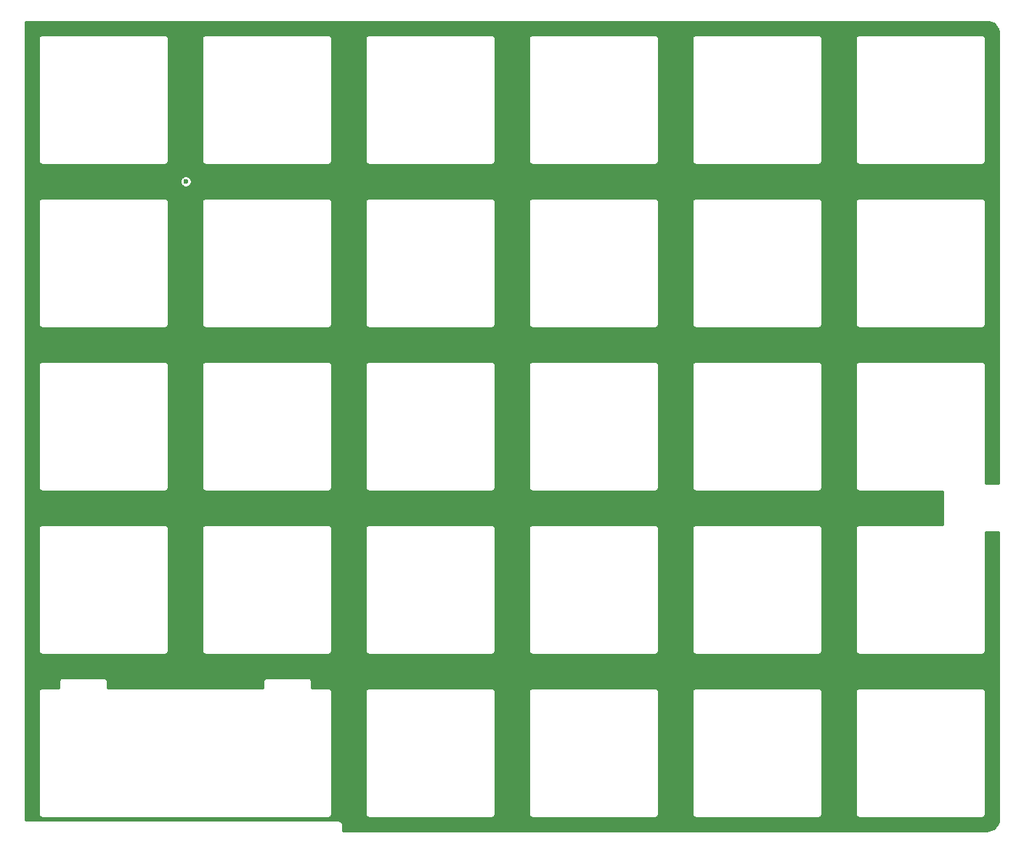
<source format=gbl>
G04 #@! TF.GenerationSoftware,KiCad,Pcbnew,5.1.7*
G04 #@! TF.CreationDate,2021-12-02T01:59:08+07:00*
G04 #@! TF.ProjectId,lumberjack-split,6c756d62-6572-46a6-9163-6b2d73706c69,rev?*
G04 #@! TF.SameCoordinates,Original*
G04 #@! TF.FileFunction,Copper,L2,Bot*
G04 #@! TF.FilePolarity,Positive*
%FSLAX46Y46*%
G04 Gerber Fmt 4.6, Leading zero omitted, Abs format (unit mm)*
G04 Created by KiCad (PCBNEW 5.1.7) date 2021-12-02 01:59:08*
%MOMM*%
%LPD*%
G01*
G04 APERTURE LIST*
G04 #@! TA.AperFunction,ViaPad*
%ADD10C,0.600000*%
G04 #@! TD*
G04 #@! TA.AperFunction,NonConductor*
%ADD11C,0.254000*%
G04 #@! TD*
G04 #@! TA.AperFunction,NonConductor*
%ADD12C,0.100000*%
G04 #@! TD*
G04 APERTURE END LIST*
D10*
X121500000Y-69100000D03*
D11*
X215170765Y-50465124D02*
X215423532Y-50541439D01*
X215656661Y-50665394D01*
X215861271Y-50832270D01*
X216029575Y-51035715D01*
X216155156Y-51267973D01*
X216233234Y-51520200D01*
X216262932Y-51802768D01*
X216262933Y-104344088D01*
X214743500Y-104344088D01*
X214743500Y-90508668D01*
X214745585Y-90487500D01*
X214737263Y-90403009D01*
X214712618Y-90321766D01*
X214672597Y-90246891D01*
X214618737Y-90181263D01*
X214553109Y-90127403D01*
X214478234Y-90087382D01*
X214396991Y-90062737D01*
X214333668Y-90056500D01*
X214312500Y-90054415D01*
X214291332Y-90056500D01*
X200046168Y-90056500D01*
X200025000Y-90054415D01*
X200003832Y-90056500D01*
X199940509Y-90062737D01*
X199859266Y-90087382D01*
X199784391Y-90127403D01*
X199718763Y-90181263D01*
X199664903Y-90246891D01*
X199624882Y-90321766D01*
X199600237Y-90403009D01*
X199591915Y-90487500D01*
X199594001Y-90508679D01*
X199594000Y-104753920D01*
X199591915Y-104775088D01*
X199600237Y-104859579D01*
X199624882Y-104940822D01*
X199664903Y-105015697D01*
X199718763Y-105081325D01*
X199784391Y-105135185D01*
X199859266Y-105175206D01*
X199940509Y-105199851D01*
X200003832Y-105206088D01*
X200004725Y-105206088D01*
X200025000Y-105208085D01*
X200045275Y-105206088D01*
X209714489Y-105206088D01*
X209714490Y-109106500D01*
X200046168Y-109106500D01*
X200025000Y-109104415D01*
X200003832Y-109106500D01*
X199940509Y-109112737D01*
X199859266Y-109137382D01*
X199784391Y-109177403D01*
X199718763Y-109231263D01*
X199664903Y-109296891D01*
X199624882Y-109371766D01*
X199600237Y-109453009D01*
X199591915Y-109537500D01*
X199594001Y-109558679D01*
X199594000Y-123803832D01*
X199591915Y-123825000D01*
X199600237Y-123909491D01*
X199624882Y-123990734D01*
X199664903Y-124065609D01*
X199718763Y-124131237D01*
X199784391Y-124185097D01*
X199859266Y-124225118D01*
X199940509Y-124249763D01*
X200025000Y-124258085D01*
X200046168Y-124256000D01*
X214291332Y-124256000D01*
X214312500Y-124258085D01*
X214333668Y-124256000D01*
X214396991Y-124249763D01*
X214478234Y-124225118D01*
X214553109Y-124185097D01*
X214618737Y-124131237D01*
X214672597Y-124065609D01*
X214712618Y-123990734D01*
X214737263Y-123909491D01*
X214745585Y-123825000D01*
X214743500Y-123803832D01*
X214743500Y-109968592D01*
X216262932Y-109968592D01*
X216262933Y-143449343D01*
X216235100Y-143733207D01*
X216158785Y-143985972D01*
X216034828Y-144219102D01*
X215867951Y-144423713D01*
X215664509Y-144592015D01*
X215432253Y-144717595D01*
X215180024Y-144795673D01*
X214897455Y-144825372D01*
X139781356Y-144825372D01*
X139781356Y-144077540D01*
X139783441Y-144056372D01*
X139775119Y-143971881D01*
X139750474Y-143890638D01*
X139710453Y-143815763D01*
X139656593Y-143750135D01*
X139590965Y-143696275D01*
X139516090Y-143656254D01*
X139434847Y-143631609D01*
X139371524Y-143625372D01*
X139350356Y-143623287D01*
X139329188Y-143625372D01*
X102824836Y-143625372D01*
X102824836Y-142875000D01*
X104341915Y-142875000D01*
X104350237Y-142959491D01*
X104374882Y-143040734D01*
X104414903Y-143115609D01*
X104430438Y-143134538D01*
X104468763Y-143181237D01*
X104534391Y-143235097D01*
X104609266Y-143275118D01*
X104690509Y-143299763D01*
X104775000Y-143308085D01*
X104796168Y-143306000D01*
X138091332Y-143306000D01*
X138112500Y-143308085D01*
X138133668Y-143306000D01*
X138196991Y-143299763D01*
X138278234Y-143275118D01*
X138353109Y-143235097D01*
X138418737Y-143181237D01*
X138472597Y-143115609D01*
X138512618Y-143040734D01*
X138537263Y-142959491D01*
X138545585Y-142875000D01*
X138543500Y-142853832D01*
X138543500Y-128609954D01*
X138545701Y-128587608D01*
X138545691Y-128587500D01*
X142441915Y-128587500D01*
X142444000Y-128608668D01*
X142444001Y-142853821D01*
X142441915Y-142875000D01*
X142450237Y-142959491D01*
X142474882Y-143040734D01*
X142514903Y-143115609D01*
X142568763Y-143181237D01*
X142634391Y-143235097D01*
X142709266Y-143275118D01*
X142790509Y-143299763D01*
X142853832Y-143306000D01*
X142875000Y-143308085D01*
X142896168Y-143306000D01*
X157141332Y-143306000D01*
X157162500Y-143308085D01*
X157183668Y-143306000D01*
X157246991Y-143299763D01*
X157328234Y-143275118D01*
X157403109Y-143235097D01*
X157468737Y-143181237D01*
X157522597Y-143115609D01*
X157562618Y-143040734D01*
X157587263Y-142959491D01*
X157595585Y-142875000D01*
X157593500Y-142853832D01*
X157593500Y-128608668D01*
X157595585Y-128587500D01*
X161491915Y-128587500D01*
X161494001Y-128608679D01*
X161494000Y-142853832D01*
X161491915Y-142875000D01*
X161500237Y-142959491D01*
X161524882Y-143040734D01*
X161564903Y-143115609D01*
X161580438Y-143134538D01*
X161618763Y-143181237D01*
X161684391Y-143235097D01*
X161759266Y-143275118D01*
X161840509Y-143299763D01*
X161925000Y-143308085D01*
X161946168Y-143306000D01*
X176191332Y-143306000D01*
X176212500Y-143308085D01*
X176233668Y-143306000D01*
X176296991Y-143299763D01*
X176378234Y-143275118D01*
X176453109Y-143235097D01*
X176518737Y-143181237D01*
X176572597Y-143115609D01*
X176612618Y-143040734D01*
X176637263Y-142959491D01*
X176645585Y-142875000D01*
X176643500Y-142853832D01*
X176643500Y-128608668D01*
X176645585Y-128587500D01*
X180541915Y-128587500D01*
X180544001Y-128608679D01*
X180544000Y-142853832D01*
X180541915Y-142875000D01*
X180550237Y-142959491D01*
X180574882Y-143040734D01*
X180614903Y-143115609D01*
X180630438Y-143134538D01*
X180668763Y-143181237D01*
X180734391Y-143235097D01*
X180809266Y-143275118D01*
X180890509Y-143299763D01*
X180975000Y-143308085D01*
X180996168Y-143306000D01*
X195241332Y-143306000D01*
X195262500Y-143308085D01*
X195283668Y-143306000D01*
X195346991Y-143299763D01*
X195428234Y-143275118D01*
X195503109Y-143235097D01*
X195568737Y-143181237D01*
X195622597Y-143115609D01*
X195662618Y-143040734D01*
X195687263Y-142959491D01*
X195695585Y-142875000D01*
X195693500Y-142853832D01*
X195693500Y-128608668D01*
X195695585Y-128587500D01*
X199591915Y-128587500D01*
X199594001Y-128608679D01*
X199594000Y-142853832D01*
X199591915Y-142875000D01*
X199600237Y-142959491D01*
X199624882Y-143040734D01*
X199664903Y-143115609D01*
X199680438Y-143134538D01*
X199718763Y-143181237D01*
X199784391Y-143235097D01*
X199859266Y-143275118D01*
X199940509Y-143299763D01*
X200025000Y-143308085D01*
X200046168Y-143306000D01*
X214291332Y-143306000D01*
X214312500Y-143308085D01*
X214333668Y-143306000D01*
X214396991Y-143299763D01*
X214478234Y-143275118D01*
X214553109Y-143235097D01*
X214618737Y-143181237D01*
X214672597Y-143115609D01*
X214712618Y-143040734D01*
X214737263Y-142959491D01*
X214745585Y-142875000D01*
X214743500Y-142853832D01*
X214743500Y-128608668D01*
X214745585Y-128587500D01*
X214737263Y-128503009D01*
X214712618Y-128421766D01*
X214672597Y-128346891D01*
X214618737Y-128281263D01*
X214553109Y-128227403D01*
X214478234Y-128187382D01*
X214396991Y-128162737D01*
X214333668Y-128156500D01*
X214312500Y-128154415D01*
X214291332Y-128156500D01*
X200046168Y-128156500D01*
X200025000Y-128154415D01*
X200003832Y-128156500D01*
X199940509Y-128162737D01*
X199859266Y-128187382D01*
X199784391Y-128227403D01*
X199718763Y-128281263D01*
X199664903Y-128346891D01*
X199624882Y-128421766D01*
X199600237Y-128503009D01*
X199591915Y-128587500D01*
X195695585Y-128587500D01*
X195687263Y-128503009D01*
X195662618Y-128421766D01*
X195622597Y-128346891D01*
X195568737Y-128281263D01*
X195503109Y-128227403D01*
X195428234Y-128187382D01*
X195346991Y-128162737D01*
X195283668Y-128156500D01*
X195262500Y-128154415D01*
X195241332Y-128156500D01*
X180996168Y-128156500D01*
X180975000Y-128154415D01*
X180953832Y-128156500D01*
X180890509Y-128162737D01*
X180809266Y-128187382D01*
X180734391Y-128227403D01*
X180668763Y-128281263D01*
X180614903Y-128346891D01*
X180574882Y-128421766D01*
X180550237Y-128503009D01*
X180541915Y-128587500D01*
X176645585Y-128587500D01*
X176637263Y-128503009D01*
X176612618Y-128421766D01*
X176572597Y-128346891D01*
X176518737Y-128281263D01*
X176453109Y-128227403D01*
X176378234Y-128187382D01*
X176296991Y-128162737D01*
X176233668Y-128156500D01*
X176212500Y-128154415D01*
X176191332Y-128156500D01*
X161946168Y-128156500D01*
X161925000Y-128154415D01*
X161903832Y-128156500D01*
X161840509Y-128162737D01*
X161759266Y-128187382D01*
X161684391Y-128227403D01*
X161618763Y-128281263D01*
X161564903Y-128346891D01*
X161524882Y-128421766D01*
X161500237Y-128503009D01*
X161491915Y-128587500D01*
X157595585Y-128587500D01*
X157587263Y-128503009D01*
X157562618Y-128421766D01*
X157522597Y-128346891D01*
X157468737Y-128281263D01*
X157403109Y-128227403D01*
X157328234Y-128187382D01*
X157246991Y-128162737D01*
X157183668Y-128156500D01*
X157162500Y-128154415D01*
X157141332Y-128156500D01*
X142896168Y-128156500D01*
X142875000Y-128154415D01*
X142853832Y-128156500D01*
X142790509Y-128162737D01*
X142709266Y-128187382D01*
X142634391Y-128227403D01*
X142568763Y-128281263D01*
X142514903Y-128346891D01*
X142474882Y-128421766D01*
X142450237Y-128503009D01*
X142441915Y-128587500D01*
X138545691Y-128587500D01*
X138537379Y-128503117D01*
X138512734Y-128421874D01*
X138472713Y-128346999D01*
X138418853Y-128281371D01*
X138418769Y-128281302D01*
X138418737Y-128281263D01*
X138353109Y-128227403D01*
X138278234Y-128187382D01*
X138196991Y-128162737D01*
X138112500Y-128154415D01*
X138090235Y-128156608D01*
X136162364Y-128156608D01*
X136162364Y-127418150D01*
X136164449Y-127396982D01*
X136156127Y-127312491D01*
X136131482Y-127231248D01*
X136091461Y-127156373D01*
X136037601Y-127090745D01*
X135971973Y-127036885D01*
X135897098Y-126996864D01*
X135815855Y-126972219D01*
X135752532Y-126965982D01*
X135731364Y-126963897D01*
X135710196Y-126965982D01*
X130990028Y-126965982D01*
X130968860Y-126963897D01*
X130947692Y-126965982D01*
X130884369Y-126972219D01*
X130803126Y-126996864D01*
X130728251Y-127036885D01*
X130662623Y-127090745D01*
X130608763Y-127156373D01*
X130568742Y-127231248D01*
X130544097Y-127312491D01*
X130535775Y-127396982D01*
X130537860Y-127418151D01*
X130537861Y-128156608D01*
X112349844Y-128156608D01*
X112349844Y-127418150D01*
X112351929Y-127396982D01*
X112343607Y-127312491D01*
X112318962Y-127231248D01*
X112278941Y-127156373D01*
X112225081Y-127090745D01*
X112159453Y-127036885D01*
X112084578Y-126996864D01*
X112003335Y-126972219D01*
X111940012Y-126965982D01*
X111918844Y-126963897D01*
X111897676Y-126965982D01*
X107177508Y-126965982D01*
X107156340Y-126963897D01*
X107135172Y-126965982D01*
X107071849Y-126972219D01*
X106990606Y-126996864D01*
X106915731Y-127036885D01*
X106850103Y-127090745D01*
X106796243Y-127156373D01*
X106756222Y-127231248D01*
X106731577Y-127312491D01*
X106723255Y-127396982D01*
X106725340Y-127418151D01*
X106725341Y-128156589D01*
X104796188Y-128156502D01*
X104775000Y-128154415D01*
X104713457Y-128160477D01*
X104690529Y-128162734D01*
X104690523Y-128162736D01*
X104690510Y-128162737D01*
X104638354Y-128178559D01*
X104609285Y-128187375D01*
X104609278Y-128187379D01*
X104609267Y-128187382D01*
X104561053Y-128213153D01*
X104534408Y-128227393D01*
X104534403Y-128227397D01*
X104534392Y-128227403D01*
X104496787Y-128258265D01*
X104468777Y-128281250D01*
X104468771Y-128281257D01*
X104468764Y-128281263D01*
X104445790Y-128309257D01*
X104414914Y-128346875D01*
X104414908Y-128346886D01*
X104414904Y-128346891D01*
X104400672Y-128373518D01*
X104374890Y-128421748D01*
X104374887Y-128421759D01*
X104374883Y-128421766D01*
X104366071Y-128450816D01*
X104350241Y-128502990D01*
X104350240Y-128503003D01*
X104350238Y-128503009D01*
X104347168Y-128534178D01*
X104341916Y-128587481D01*
X104344001Y-128608659D01*
X104344000Y-142853832D01*
X104341915Y-142875000D01*
X102824836Y-142875000D01*
X102824836Y-109537500D01*
X104341915Y-109537500D01*
X104344001Y-109558679D01*
X104344000Y-123803832D01*
X104341915Y-123825000D01*
X104350237Y-123909491D01*
X104374882Y-123990734D01*
X104414903Y-124065609D01*
X104468763Y-124131237D01*
X104534391Y-124185097D01*
X104609266Y-124225118D01*
X104690509Y-124249763D01*
X104775000Y-124258085D01*
X104796168Y-124256000D01*
X119041332Y-124256000D01*
X119062500Y-124258085D01*
X119083668Y-124256000D01*
X119146991Y-124249763D01*
X119228234Y-124225118D01*
X119303109Y-124185097D01*
X119368737Y-124131237D01*
X119422597Y-124065609D01*
X119462618Y-123990734D01*
X119487263Y-123909491D01*
X119495585Y-123825000D01*
X119493500Y-123803832D01*
X119493500Y-109558668D01*
X119495585Y-109537500D01*
X123391915Y-109537500D01*
X123394000Y-109558668D01*
X123394001Y-123803821D01*
X123391915Y-123825000D01*
X123400237Y-123909491D01*
X123424882Y-123990734D01*
X123464903Y-124065609D01*
X123518763Y-124131237D01*
X123584391Y-124185097D01*
X123659266Y-124225118D01*
X123740509Y-124249763D01*
X123803832Y-124256000D01*
X123825000Y-124258085D01*
X123846168Y-124256000D01*
X138091332Y-124256000D01*
X138112500Y-124258085D01*
X138133668Y-124256000D01*
X138196991Y-124249763D01*
X138278234Y-124225118D01*
X138353109Y-124185097D01*
X138418737Y-124131237D01*
X138472597Y-124065609D01*
X138512618Y-123990734D01*
X138537263Y-123909491D01*
X138545585Y-123825000D01*
X138543500Y-123803832D01*
X138543500Y-109558668D01*
X138545585Y-109537500D01*
X142441915Y-109537500D01*
X142444000Y-109558668D01*
X142444001Y-123803821D01*
X142441915Y-123825000D01*
X142450237Y-123909491D01*
X142474882Y-123990734D01*
X142514903Y-124065609D01*
X142568763Y-124131237D01*
X142634391Y-124185097D01*
X142709266Y-124225118D01*
X142790509Y-124249763D01*
X142853832Y-124256000D01*
X142875000Y-124258085D01*
X142896168Y-124256000D01*
X157141332Y-124256000D01*
X157162500Y-124258085D01*
X157183668Y-124256000D01*
X157246991Y-124249763D01*
X157328234Y-124225118D01*
X157403109Y-124185097D01*
X157468737Y-124131237D01*
X157522597Y-124065609D01*
X157562618Y-123990734D01*
X157587263Y-123909491D01*
X157595585Y-123825000D01*
X157593500Y-123803832D01*
X157593500Y-109558668D01*
X157595585Y-109537500D01*
X161491915Y-109537500D01*
X161494001Y-109558679D01*
X161494000Y-123803832D01*
X161491915Y-123825000D01*
X161500237Y-123909491D01*
X161524882Y-123990734D01*
X161564903Y-124065609D01*
X161618763Y-124131237D01*
X161684391Y-124185097D01*
X161759266Y-124225118D01*
X161840509Y-124249763D01*
X161925000Y-124258085D01*
X161946168Y-124256000D01*
X176191332Y-124256000D01*
X176212500Y-124258085D01*
X176233668Y-124256000D01*
X176296991Y-124249763D01*
X176378234Y-124225118D01*
X176453109Y-124185097D01*
X176518737Y-124131237D01*
X176572597Y-124065609D01*
X176612618Y-123990734D01*
X176637263Y-123909491D01*
X176645585Y-123825000D01*
X176643500Y-123803832D01*
X176643500Y-109558668D01*
X176645585Y-109537500D01*
X180541915Y-109537500D01*
X180544001Y-109558679D01*
X180544000Y-123803832D01*
X180541915Y-123825000D01*
X180550237Y-123909491D01*
X180574882Y-123990734D01*
X180614903Y-124065609D01*
X180668763Y-124131237D01*
X180734391Y-124185097D01*
X180809266Y-124225118D01*
X180890509Y-124249763D01*
X180975000Y-124258085D01*
X180996168Y-124256000D01*
X195241332Y-124256000D01*
X195262500Y-124258085D01*
X195283668Y-124256000D01*
X195346991Y-124249763D01*
X195428234Y-124225118D01*
X195503109Y-124185097D01*
X195568737Y-124131237D01*
X195622597Y-124065609D01*
X195662618Y-123990734D01*
X195687263Y-123909491D01*
X195695585Y-123825000D01*
X195693500Y-123803832D01*
X195693500Y-109558668D01*
X195695585Y-109537500D01*
X195687263Y-109453009D01*
X195662618Y-109371766D01*
X195622597Y-109296891D01*
X195568737Y-109231263D01*
X195503109Y-109177403D01*
X195428234Y-109137382D01*
X195346991Y-109112737D01*
X195283668Y-109106500D01*
X195262500Y-109104415D01*
X195241332Y-109106500D01*
X180996168Y-109106500D01*
X180975000Y-109104415D01*
X180953832Y-109106500D01*
X180890509Y-109112737D01*
X180809266Y-109137382D01*
X180734391Y-109177403D01*
X180668763Y-109231263D01*
X180614903Y-109296891D01*
X180574882Y-109371766D01*
X180550237Y-109453009D01*
X180541915Y-109537500D01*
X176645585Y-109537500D01*
X176637263Y-109453009D01*
X176612618Y-109371766D01*
X176572597Y-109296891D01*
X176518737Y-109231263D01*
X176453109Y-109177403D01*
X176378234Y-109137382D01*
X176296991Y-109112737D01*
X176233668Y-109106500D01*
X176212500Y-109104415D01*
X176191332Y-109106500D01*
X161946168Y-109106500D01*
X161925000Y-109104415D01*
X161903832Y-109106500D01*
X161840509Y-109112737D01*
X161759266Y-109137382D01*
X161684391Y-109177403D01*
X161618763Y-109231263D01*
X161564903Y-109296891D01*
X161524882Y-109371766D01*
X161500237Y-109453009D01*
X161491915Y-109537500D01*
X157595585Y-109537500D01*
X157587263Y-109453009D01*
X157562618Y-109371766D01*
X157522597Y-109296891D01*
X157468737Y-109231263D01*
X157403109Y-109177403D01*
X157328234Y-109137382D01*
X157246991Y-109112737D01*
X157183668Y-109106500D01*
X157162500Y-109104415D01*
X157141332Y-109106500D01*
X142896168Y-109106500D01*
X142875000Y-109104415D01*
X142853832Y-109106500D01*
X142790509Y-109112737D01*
X142709266Y-109137382D01*
X142634391Y-109177403D01*
X142568763Y-109231263D01*
X142514903Y-109296891D01*
X142474882Y-109371766D01*
X142450237Y-109453009D01*
X142441915Y-109537500D01*
X138545585Y-109537500D01*
X138537263Y-109453009D01*
X138512618Y-109371766D01*
X138472597Y-109296891D01*
X138418737Y-109231263D01*
X138353109Y-109177403D01*
X138278234Y-109137382D01*
X138196991Y-109112737D01*
X138133668Y-109106500D01*
X138112500Y-109104415D01*
X138091332Y-109106500D01*
X123846168Y-109106500D01*
X123825000Y-109104415D01*
X123803832Y-109106500D01*
X123740509Y-109112737D01*
X123659266Y-109137382D01*
X123584391Y-109177403D01*
X123518763Y-109231263D01*
X123464903Y-109296891D01*
X123424882Y-109371766D01*
X123400237Y-109453009D01*
X123391915Y-109537500D01*
X119495585Y-109537500D01*
X119487263Y-109453009D01*
X119462618Y-109371766D01*
X119422597Y-109296891D01*
X119368737Y-109231263D01*
X119303109Y-109177403D01*
X119228234Y-109137382D01*
X119146991Y-109112737D01*
X119083668Y-109106500D01*
X119062500Y-109104415D01*
X119041332Y-109106500D01*
X104796168Y-109106500D01*
X104775000Y-109104415D01*
X104753832Y-109106500D01*
X104690509Y-109112737D01*
X104609266Y-109137382D01*
X104534391Y-109177403D01*
X104468763Y-109231263D01*
X104414903Y-109296891D01*
X104374882Y-109371766D01*
X104350237Y-109453009D01*
X104341915Y-109537500D01*
X102824836Y-109537500D01*
X102824836Y-90487500D01*
X104341915Y-90487500D01*
X104344001Y-90508679D01*
X104344000Y-104753832D01*
X104341915Y-104775000D01*
X104350237Y-104859491D01*
X104374882Y-104940734D01*
X104414903Y-105015609D01*
X104468763Y-105081237D01*
X104534391Y-105135097D01*
X104609266Y-105175118D01*
X104690509Y-105199763D01*
X104775000Y-105208085D01*
X104796168Y-105206000D01*
X119041332Y-105206000D01*
X119062500Y-105208085D01*
X119083668Y-105206000D01*
X119146991Y-105199763D01*
X119228234Y-105175118D01*
X119303109Y-105135097D01*
X119368737Y-105081237D01*
X119422597Y-105015609D01*
X119462618Y-104940734D01*
X119487263Y-104859491D01*
X119495585Y-104775000D01*
X119493500Y-104753832D01*
X119493500Y-90508668D01*
X119495585Y-90487500D01*
X123391915Y-90487500D01*
X123394000Y-90508668D01*
X123394001Y-104753821D01*
X123391915Y-104775000D01*
X123400237Y-104859491D01*
X123424882Y-104940734D01*
X123464903Y-105015609D01*
X123518763Y-105081237D01*
X123584391Y-105135097D01*
X123659266Y-105175118D01*
X123740509Y-105199763D01*
X123803832Y-105206000D01*
X123825000Y-105208085D01*
X123846168Y-105206000D01*
X138091332Y-105206000D01*
X138112500Y-105208085D01*
X138133668Y-105206000D01*
X138196991Y-105199763D01*
X138278234Y-105175118D01*
X138353109Y-105135097D01*
X138418737Y-105081237D01*
X138472597Y-105015609D01*
X138512618Y-104940734D01*
X138537263Y-104859491D01*
X138545585Y-104775000D01*
X138543500Y-104753832D01*
X138543500Y-90508668D01*
X138545585Y-90487500D01*
X142441915Y-90487500D01*
X142444000Y-90508668D01*
X142444001Y-104753821D01*
X142441915Y-104775000D01*
X142450237Y-104859491D01*
X142474882Y-104940734D01*
X142514903Y-105015609D01*
X142568763Y-105081237D01*
X142634391Y-105135097D01*
X142709266Y-105175118D01*
X142790509Y-105199763D01*
X142853832Y-105206000D01*
X142875000Y-105208085D01*
X142896168Y-105206000D01*
X157141332Y-105206000D01*
X157162500Y-105208085D01*
X157183668Y-105206000D01*
X157246991Y-105199763D01*
X157328234Y-105175118D01*
X157403109Y-105135097D01*
X157468737Y-105081237D01*
X157522597Y-105015609D01*
X157562618Y-104940734D01*
X157587263Y-104859491D01*
X157595585Y-104775000D01*
X157593500Y-104753832D01*
X157593500Y-90508668D01*
X157595585Y-90487500D01*
X161491915Y-90487500D01*
X161494001Y-90508679D01*
X161494000Y-104753832D01*
X161491915Y-104775000D01*
X161500237Y-104859491D01*
X161524882Y-104940734D01*
X161564903Y-105015609D01*
X161618763Y-105081237D01*
X161684391Y-105135097D01*
X161759266Y-105175118D01*
X161840509Y-105199763D01*
X161925000Y-105208085D01*
X161946168Y-105206000D01*
X176191332Y-105206000D01*
X176212500Y-105208085D01*
X176233668Y-105206000D01*
X176296991Y-105199763D01*
X176378234Y-105175118D01*
X176453109Y-105135097D01*
X176518737Y-105081237D01*
X176572597Y-105015609D01*
X176612618Y-104940734D01*
X176637263Y-104859491D01*
X176645585Y-104775000D01*
X176643500Y-104753832D01*
X176643500Y-90508668D01*
X176645585Y-90487500D01*
X180541915Y-90487500D01*
X180544001Y-90508679D01*
X180544000Y-104753832D01*
X180541915Y-104775000D01*
X180550237Y-104859491D01*
X180574882Y-104940734D01*
X180614903Y-105015609D01*
X180668763Y-105081237D01*
X180734391Y-105135097D01*
X180809266Y-105175118D01*
X180890509Y-105199763D01*
X180975000Y-105208085D01*
X180996168Y-105206000D01*
X195241332Y-105206000D01*
X195262500Y-105208085D01*
X195283668Y-105206000D01*
X195346991Y-105199763D01*
X195428234Y-105175118D01*
X195503109Y-105135097D01*
X195568737Y-105081237D01*
X195622597Y-105015609D01*
X195662618Y-104940734D01*
X195687263Y-104859491D01*
X195695585Y-104775000D01*
X195693500Y-104753832D01*
X195693500Y-90508668D01*
X195695585Y-90487500D01*
X195687263Y-90403009D01*
X195662618Y-90321766D01*
X195622597Y-90246891D01*
X195568737Y-90181263D01*
X195503109Y-90127403D01*
X195428234Y-90087382D01*
X195346991Y-90062737D01*
X195283668Y-90056500D01*
X195262500Y-90054415D01*
X195241332Y-90056500D01*
X180996168Y-90056500D01*
X180975000Y-90054415D01*
X180953832Y-90056500D01*
X180890509Y-90062737D01*
X180809266Y-90087382D01*
X180734391Y-90127403D01*
X180668763Y-90181263D01*
X180614903Y-90246891D01*
X180574882Y-90321766D01*
X180550237Y-90403009D01*
X180541915Y-90487500D01*
X176645585Y-90487500D01*
X176637263Y-90403009D01*
X176612618Y-90321766D01*
X176572597Y-90246891D01*
X176518737Y-90181263D01*
X176453109Y-90127403D01*
X176378234Y-90087382D01*
X176296991Y-90062737D01*
X176233668Y-90056500D01*
X176212500Y-90054415D01*
X176191332Y-90056500D01*
X161946168Y-90056500D01*
X161925000Y-90054415D01*
X161903832Y-90056500D01*
X161840509Y-90062737D01*
X161759266Y-90087382D01*
X161684391Y-90127403D01*
X161618763Y-90181263D01*
X161564903Y-90246891D01*
X161524882Y-90321766D01*
X161500237Y-90403009D01*
X161491915Y-90487500D01*
X157595585Y-90487500D01*
X157587263Y-90403009D01*
X157562618Y-90321766D01*
X157522597Y-90246891D01*
X157468737Y-90181263D01*
X157403109Y-90127403D01*
X157328234Y-90087382D01*
X157246991Y-90062737D01*
X157183668Y-90056500D01*
X157162500Y-90054415D01*
X157141332Y-90056500D01*
X142896168Y-90056500D01*
X142875000Y-90054415D01*
X142853832Y-90056500D01*
X142790509Y-90062737D01*
X142709266Y-90087382D01*
X142634391Y-90127403D01*
X142568763Y-90181263D01*
X142514903Y-90246891D01*
X142474882Y-90321766D01*
X142450237Y-90403009D01*
X142441915Y-90487500D01*
X138545585Y-90487500D01*
X138537263Y-90403009D01*
X138512618Y-90321766D01*
X138472597Y-90246891D01*
X138418737Y-90181263D01*
X138353109Y-90127403D01*
X138278234Y-90087382D01*
X138196991Y-90062737D01*
X138133668Y-90056500D01*
X138112500Y-90054415D01*
X138091332Y-90056500D01*
X123846168Y-90056500D01*
X123825000Y-90054415D01*
X123803832Y-90056500D01*
X123740509Y-90062737D01*
X123659266Y-90087382D01*
X123584391Y-90127403D01*
X123518763Y-90181263D01*
X123464903Y-90246891D01*
X123424882Y-90321766D01*
X123400237Y-90403009D01*
X123391915Y-90487500D01*
X119495585Y-90487500D01*
X119487263Y-90403009D01*
X119462618Y-90321766D01*
X119422597Y-90246891D01*
X119368737Y-90181263D01*
X119303109Y-90127403D01*
X119228234Y-90087382D01*
X119146991Y-90062737D01*
X119083668Y-90056500D01*
X119062500Y-90054415D01*
X119041332Y-90056500D01*
X104796168Y-90056500D01*
X104775000Y-90054415D01*
X104753832Y-90056500D01*
X104690509Y-90062737D01*
X104609266Y-90087382D01*
X104534391Y-90127403D01*
X104468763Y-90181263D01*
X104414903Y-90246891D01*
X104374882Y-90321766D01*
X104350237Y-90403009D01*
X104341915Y-90487500D01*
X102824836Y-90487500D01*
X102824836Y-71437500D01*
X104341915Y-71437500D01*
X104344001Y-71458679D01*
X104344000Y-85703832D01*
X104341915Y-85725000D01*
X104350237Y-85809491D01*
X104374882Y-85890734D01*
X104414903Y-85965609D01*
X104468763Y-86031237D01*
X104534391Y-86085097D01*
X104609266Y-86125118D01*
X104690509Y-86149763D01*
X104775000Y-86158085D01*
X104796168Y-86156000D01*
X119041332Y-86156000D01*
X119062500Y-86158085D01*
X119083668Y-86156000D01*
X119146991Y-86149763D01*
X119228234Y-86125118D01*
X119303109Y-86085097D01*
X119368737Y-86031237D01*
X119422597Y-85965609D01*
X119462618Y-85890734D01*
X119487263Y-85809491D01*
X119495585Y-85725000D01*
X119493500Y-85703832D01*
X119493500Y-71458668D01*
X119495585Y-71437500D01*
X123391915Y-71437500D01*
X123394000Y-71458668D01*
X123394001Y-85703821D01*
X123391915Y-85725000D01*
X123400237Y-85809491D01*
X123424882Y-85890734D01*
X123464903Y-85965609D01*
X123518763Y-86031237D01*
X123584391Y-86085097D01*
X123659266Y-86125118D01*
X123740509Y-86149763D01*
X123803832Y-86156000D01*
X123825000Y-86158085D01*
X123846168Y-86156000D01*
X138091332Y-86156000D01*
X138112500Y-86158085D01*
X138133668Y-86156000D01*
X138196991Y-86149763D01*
X138278234Y-86125118D01*
X138353109Y-86085097D01*
X138418737Y-86031237D01*
X138472597Y-85965609D01*
X138512618Y-85890734D01*
X138537263Y-85809491D01*
X138545585Y-85725000D01*
X138543500Y-85703832D01*
X138543500Y-71458668D01*
X138545585Y-71437500D01*
X142441915Y-71437500D01*
X142444000Y-71458668D01*
X142444001Y-85703821D01*
X142441915Y-85725000D01*
X142450237Y-85809491D01*
X142474882Y-85890734D01*
X142514903Y-85965609D01*
X142568763Y-86031237D01*
X142634391Y-86085097D01*
X142709266Y-86125118D01*
X142790509Y-86149763D01*
X142853832Y-86156000D01*
X142875000Y-86158085D01*
X142896168Y-86156000D01*
X157141332Y-86156000D01*
X157162500Y-86158085D01*
X157183668Y-86156000D01*
X157246991Y-86149763D01*
X157328234Y-86125118D01*
X157403109Y-86085097D01*
X157468737Y-86031237D01*
X157522597Y-85965609D01*
X157562618Y-85890734D01*
X157587263Y-85809491D01*
X157595585Y-85725000D01*
X157593500Y-85703832D01*
X157593500Y-71458668D01*
X157595585Y-71437500D01*
X161491915Y-71437500D01*
X161494001Y-71458679D01*
X161494000Y-85703832D01*
X161491915Y-85725000D01*
X161500237Y-85809491D01*
X161524882Y-85890734D01*
X161564903Y-85965609D01*
X161618763Y-86031237D01*
X161684391Y-86085097D01*
X161759266Y-86125118D01*
X161840509Y-86149763D01*
X161925000Y-86158085D01*
X161946168Y-86156000D01*
X176191332Y-86156000D01*
X176212500Y-86158085D01*
X176233668Y-86156000D01*
X176296991Y-86149763D01*
X176378234Y-86125118D01*
X176453109Y-86085097D01*
X176518737Y-86031237D01*
X176572597Y-85965609D01*
X176612618Y-85890734D01*
X176637263Y-85809491D01*
X176645585Y-85725000D01*
X176643500Y-85703832D01*
X176643500Y-71458668D01*
X176645585Y-71437500D01*
X180541915Y-71437500D01*
X180544001Y-71458679D01*
X180544000Y-85703832D01*
X180541915Y-85725000D01*
X180550237Y-85809491D01*
X180574882Y-85890734D01*
X180614903Y-85965609D01*
X180668763Y-86031237D01*
X180734391Y-86085097D01*
X180809266Y-86125118D01*
X180890509Y-86149763D01*
X180975000Y-86158085D01*
X180996168Y-86156000D01*
X195241332Y-86156000D01*
X195262500Y-86158085D01*
X195283668Y-86156000D01*
X195346991Y-86149763D01*
X195428234Y-86125118D01*
X195503109Y-86085097D01*
X195568737Y-86031237D01*
X195622597Y-85965609D01*
X195662618Y-85890734D01*
X195687263Y-85809491D01*
X195695585Y-85725000D01*
X195693500Y-85703832D01*
X195693500Y-71458668D01*
X195695585Y-71437500D01*
X199591915Y-71437500D01*
X199594001Y-71458679D01*
X199594000Y-85703832D01*
X199591915Y-85725000D01*
X199600237Y-85809491D01*
X199624882Y-85890734D01*
X199664903Y-85965609D01*
X199718763Y-86031237D01*
X199784391Y-86085097D01*
X199859266Y-86125118D01*
X199940509Y-86149763D01*
X200025000Y-86158085D01*
X200046168Y-86156000D01*
X214291332Y-86156000D01*
X214312500Y-86158085D01*
X214333668Y-86156000D01*
X214396991Y-86149763D01*
X214478234Y-86125118D01*
X214553109Y-86085097D01*
X214618737Y-86031237D01*
X214672597Y-85965609D01*
X214712618Y-85890734D01*
X214737263Y-85809491D01*
X214745585Y-85725000D01*
X214743500Y-85703832D01*
X214743500Y-71458668D01*
X214745585Y-71437500D01*
X214737263Y-71353009D01*
X214712618Y-71271766D01*
X214672597Y-71196891D01*
X214618737Y-71131263D01*
X214553109Y-71077403D01*
X214478234Y-71037382D01*
X214396991Y-71012737D01*
X214333668Y-71006500D01*
X214312500Y-71004415D01*
X214291332Y-71006500D01*
X200046168Y-71006500D01*
X200025000Y-71004415D01*
X200003832Y-71006500D01*
X199940509Y-71012737D01*
X199859266Y-71037382D01*
X199784391Y-71077403D01*
X199718763Y-71131263D01*
X199664903Y-71196891D01*
X199624882Y-71271766D01*
X199600237Y-71353009D01*
X199591915Y-71437500D01*
X195695585Y-71437500D01*
X195687263Y-71353009D01*
X195662618Y-71271766D01*
X195622597Y-71196891D01*
X195568737Y-71131263D01*
X195503109Y-71077403D01*
X195428234Y-71037382D01*
X195346991Y-71012737D01*
X195283668Y-71006500D01*
X195262500Y-71004415D01*
X195241332Y-71006500D01*
X180996168Y-71006500D01*
X180975000Y-71004415D01*
X180953832Y-71006500D01*
X180890509Y-71012737D01*
X180809266Y-71037382D01*
X180734391Y-71077403D01*
X180668763Y-71131263D01*
X180614903Y-71196891D01*
X180574882Y-71271766D01*
X180550237Y-71353009D01*
X180541915Y-71437500D01*
X176645585Y-71437500D01*
X176637263Y-71353009D01*
X176612618Y-71271766D01*
X176572597Y-71196891D01*
X176518737Y-71131263D01*
X176453109Y-71077403D01*
X176378234Y-71037382D01*
X176296991Y-71012737D01*
X176233668Y-71006500D01*
X176212500Y-71004415D01*
X176191332Y-71006500D01*
X161946168Y-71006500D01*
X161925000Y-71004415D01*
X161903832Y-71006500D01*
X161840509Y-71012737D01*
X161759266Y-71037382D01*
X161684391Y-71077403D01*
X161618763Y-71131263D01*
X161564903Y-71196891D01*
X161524882Y-71271766D01*
X161500237Y-71353009D01*
X161491915Y-71437500D01*
X157595585Y-71437500D01*
X157587263Y-71353009D01*
X157562618Y-71271766D01*
X157522597Y-71196891D01*
X157468737Y-71131263D01*
X157403109Y-71077403D01*
X157328234Y-71037382D01*
X157246991Y-71012737D01*
X157183668Y-71006500D01*
X157162500Y-71004415D01*
X157141332Y-71006500D01*
X142896168Y-71006500D01*
X142875000Y-71004415D01*
X142853832Y-71006500D01*
X142790509Y-71012737D01*
X142709266Y-71037382D01*
X142634391Y-71077403D01*
X142568763Y-71131263D01*
X142514903Y-71196891D01*
X142474882Y-71271766D01*
X142450237Y-71353009D01*
X142441915Y-71437500D01*
X138545585Y-71437500D01*
X138537263Y-71353009D01*
X138512618Y-71271766D01*
X138472597Y-71196891D01*
X138418737Y-71131263D01*
X138353109Y-71077403D01*
X138278234Y-71037382D01*
X138196991Y-71012737D01*
X138133668Y-71006500D01*
X138112500Y-71004415D01*
X138091332Y-71006500D01*
X123846168Y-71006500D01*
X123825000Y-71004415D01*
X123803832Y-71006500D01*
X123740509Y-71012737D01*
X123659266Y-71037382D01*
X123584391Y-71077403D01*
X123518763Y-71131263D01*
X123464903Y-71196891D01*
X123424882Y-71271766D01*
X123400237Y-71353009D01*
X123391915Y-71437500D01*
X119495585Y-71437500D01*
X119487263Y-71353009D01*
X119462618Y-71271766D01*
X119422597Y-71196891D01*
X119368737Y-71131263D01*
X119303109Y-71077403D01*
X119228234Y-71037382D01*
X119146991Y-71012737D01*
X119083668Y-71006500D01*
X119062500Y-71004415D01*
X119041332Y-71006500D01*
X104796168Y-71006500D01*
X104775000Y-71004415D01*
X104753832Y-71006500D01*
X104690509Y-71012737D01*
X104609266Y-71037382D01*
X104534391Y-71077403D01*
X104468763Y-71131263D01*
X104414903Y-71196891D01*
X104374882Y-71271766D01*
X104350237Y-71353009D01*
X104341915Y-71437500D01*
X102824836Y-71437500D01*
X102824836Y-69032927D01*
X120819000Y-69032927D01*
X120819000Y-69167073D01*
X120845171Y-69298640D01*
X120896506Y-69422574D01*
X120971033Y-69534112D01*
X121065888Y-69628967D01*
X121177426Y-69703494D01*
X121301360Y-69754829D01*
X121432927Y-69781000D01*
X121567073Y-69781000D01*
X121698640Y-69754829D01*
X121822574Y-69703494D01*
X121934112Y-69628967D01*
X122028967Y-69534112D01*
X122103494Y-69422574D01*
X122154829Y-69298640D01*
X122181000Y-69167073D01*
X122181000Y-69032927D01*
X122154829Y-68901360D01*
X122103494Y-68777426D01*
X122028967Y-68665888D01*
X121934112Y-68571033D01*
X121822574Y-68496506D01*
X121698640Y-68445171D01*
X121567073Y-68419000D01*
X121432927Y-68419000D01*
X121301360Y-68445171D01*
X121177426Y-68496506D01*
X121065888Y-68571033D01*
X120971033Y-68665888D01*
X120896506Y-68777426D01*
X120845171Y-68901360D01*
X120819000Y-69032927D01*
X102824836Y-69032927D01*
X102824836Y-52387500D01*
X104341915Y-52387500D01*
X104344001Y-52408679D01*
X104344000Y-66653832D01*
X104341915Y-66675000D01*
X104350237Y-66759491D01*
X104374882Y-66840734D01*
X104414903Y-66915609D01*
X104468763Y-66981237D01*
X104534391Y-67035097D01*
X104609266Y-67075118D01*
X104690509Y-67099763D01*
X104775000Y-67108085D01*
X104796168Y-67106000D01*
X119041332Y-67106000D01*
X119062500Y-67108085D01*
X119083668Y-67106000D01*
X119146991Y-67099763D01*
X119228234Y-67075118D01*
X119303109Y-67035097D01*
X119368737Y-66981237D01*
X119422597Y-66915609D01*
X119462618Y-66840734D01*
X119487263Y-66759491D01*
X119495585Y-66675000D01*
X119493500Y-66653832D01*
X119493500Y-52408668D01*
X119495585Y-52387500D01*
X123391915Y-52387500D01*
X123394000Y-52408668D01*
X123394001Y-66653821D01*
X123391915Y-66675000D01*
X123400237Y-66759491D01*
X123424882Y-66840734D01*
X123464903Y-66915609D01*
X123518763Y-66981237D01*
X123584391Y-67035097D01*
X123659266Y-67075118D01*
X123740509Y-67099763D01*
X123803832Y-67106000D01*
X123825000Y-67108085D01*
X123846168Y-67106000D01*
X138091332Y-67106000D01*
X138112500Y-67108085D01*
X138133668Y-67106000D01*
X138196991Y-67099763D01*
X138278234Y-67075118D01*
X138353109Y-67035097D01*
X138418737Y-66981237D01*
X138472597Y-66915609D01*
X138512618Y-66840734D01*
X138537263Y-66759491D01*
X138545585Y-66675000D01*
X138543500Y-66653832D01*
X138543500Y-52408668D01*
X138545585Y-52387500D01*
X142441915Y-52387500D01*
X142444000Y-52408668D01*
X142444001Y-66653821D01*
X142441915Y-66675000D01*
X142450237Y-66759491D01*
X142474882Y-66840734D01*
X142514903Y-66915609D01*
X142568763Y-66981237D01*
X142634391Y-67035097D01*
X142709266Y-67075118D01*
X142790509Y-67099763D01*
X142853832Y-67106000D01*
X142875000Y-67108085D01*
X142896168Y-67106000D01*
X157141332Y-67106000D01*
X157162500Y-67108085D01*
X157183668Y-67106000D01*
X157246991Y-67099763D01*
X157328234Y-67075118D01*
X157403109Y-67035097D01*
X157468737Y-66981237D01*
X157522597Y-66915609D01*
X157562618Y-66840734D01*
X157587263Y-66759491D01*
X157595585Y-66675000D01*
X157593500Y-66653832D01*
X157593500Y-52408668D01*
X157595585Y-52387500D01*
X161491915Y-52387500D01*
X161494001Y-52408679D01*
X161494000Y-66653832D01*
X161491915Y-66675000D01*
X161500237Y-66759491D01*
X161524882Y-66840734D01*
X161564903Y-66915609D01*
X161618763Y-66981237D01*
X161684391Y-67035097D01*
X161759266Y-67075118D01*
X161840509Y-67099763D01*
X161925000Y-67108085D01*
X161946168Y-67106000D01*
X176191332Y-67106000D01*
X176212500Y-67108085D01*
X176233668Y-67106000D01*
X176296991Y-67099763D01*
X176378234Y-67075118D01*
X176453109Y-67035097D01*
X176518737Y-66981237D01*
X176572597Y-66915609D01*
X176612618Y-66840734D01*
X176637263Y-66759491D01*
X176645585Y-66675000D01*
X176643500Y-66653832D01*
X176643500Y-52408668D01*
X176645585Y-52387500D01*
X180541915Y-52387500D01*
X180544001Y-52408679D01*
X180544000Y-66653832D01*
X180541915Y-66675000D01*
X180550237Y-66759491D01*
X180574882Y-66840734D01*
X180614903Y-66915609D01*
X180668763Y-66981237D01*
X180734391Y-67035097D01*
X180809266Y-67075118D01*
X180890509Y-67099763D01*
X180975000Y-67108085D01*
X180996168Y-67106000D01*
X195241332Y-67106000D01*
X195262500Y-67108085D01*
X195283668Y-67106000D01*
X195346991Y-67099763D01*
X195428234Y-67075118D01*
X195503109Y-67035097D01*
X195568737Y-66981237D01*
X195622597Y-66915609D01*
X195662618Y-66840734D01*
X195687263Y-66759491D01*
X195695585Y-66675000D01*
X195693500Y-66653832D01*
X195693500Y-52408668D01*
X195695585Y-52387500D01*
X199591915Y-52387500D01*
X199594001Y-52408679D01*
X199594000Y-66653832D01*
X199591915Y-66675000D01*
X199600237Y-66759491D01*
X199624882Y-66840734D01*
X199664903Y-66915609D01*
X199718763Y-66981237D01*
X199784391Y-67035097D01*
X199859266Y-67075118D01*
X199940509Y-67099763D01*
X200025000Y-67108085D01*
X200046168Y-67106000D01*
X214291332Y-67106000D01*
X214312500Y-67108085D01*
X214333668Y-67106000D01*
X214396991Y-67099763D01*
X214478234Y-67075118D01*
X214553109Y-67035097D01*
X214618737Y-66981237D01*
X214672597Y-66915609D01*
X214712618Y-66840734D01*
X214737263Y-66759491D01*
X214745585Y-66675000D01*
X214743500Y-66653832D01*
X214743500Y-52408668D01*
X214745585Y-52387500D01*
X214737263Y-52303009D01*
X214712618Y-52221766D01*
X214672597Y-52146891D01*
X214618737Y-52081263D01*
X214553109Y-52027403D01*
X214478234Y-51987382D01*
X214396991Y-51962737D01*
X214333668Y-51956500D01*
X214312500Y-51954415D01*
X214291332Y-51956500D01*
X200046168Y-51956500D01*
X200025000Y-51954415D01*
X200003832Y-51956500D01*
X199940509Y-51962737D01*
X199859266Y-51987382D01*
X199784391Y-52027403D01*
X199718763Y-52081263D01*
X199664903Y-52146891D01*
X199624882Y-52221766D01*
X199600237Y-52303009D01*
X199591915Y-52387500D01*
X195695585Y-52387500D01*
X195687263Y-52303009D01*
X195662618Y-52221766D01*
X195622597Y-52146891D01*
X195568737Y-52081263D01*
X195503109Y-52027403D01*
X195428234Y-51987382D01*
X195346991Y-51962737D01*
X195283668Y-51956500D01*
X195262500Y-51954415D01*
X195241332Y-51956500D01*
X180996168Y-51956500D01*
X180975000Y-51954415D01*
X180953832Y-51956500D01*
X180890509Y-51962737D01*
X180809266Y-51987382D01*
X180734391Y-52027403D01*
X180668763Y-52081263D01*
X180614903Y-52146891D01*
X180574882Y-52221766D01*
X180550237Y-52303009D01*
X180541915Y-52387500D01*
X176645585Y-52387500D01*
X176637263Y-52303009D01*
X176612618Y-52221766D01*
X176572597Y-52146891D01*
X176518737Y-52081263D01*
X176453109Y-52027403D01*
X176378234Y-51987382D01*
X176296991Y-51962737D01*
X176233668Y-51956500D01*
X176212500Y-51954415D01*
X176191332Y-51956500D01*
X161946168Y-51956500D01*
X161925000Y-51954415D01*
X161903832Y-51956500D01*
X161840509Y-51962737D01*
X161759266Y-51987382D01*
X161684391Y-52027403D01*
X161618763Y-52081263D01*
X161564903Y-52146891D01*
X161524882Y-52221766D01*
X161500237Y-52303009D01*
X161491915Y-52387500D01*
X157595585Y-52387500D01*
X157587263Y-52303009D01*
X157562618Y-52221766D01*
X157522597Y-52146891D01*
X157468737Y-52081263D01*
X157403109Y-52027403D01*
X157328234Y-51987382D01*
X157246991Y-51962737D01*
X157225508Y-51960621D01*
X157162500Y-51954415D01*
X157141332Y-51956500D01*
X142896168Y-51956500D01*
X142875000Y-51954415D01*
X142811992Y-51960621D01*
X142790509Y-51962737D01*
X142709266Y-51987382D01*
X142634391Y-52027403D01*
X142568763Y-52081263D01*
X142514903Y-52146891D01*
X142474882Y-52221766D01*
X142450237Y-52303009D01*
X142441915Y-52387500D01*
X138545585Y-52387500D01*
X138537263Y-52303009D01*
X138512618Y-52221766D01*
X138472597Y-52146891D01*
X138418737Y-52081263D01*
X138353109Y-52027403D01*
X138278234Y-51987382D01*
X138196991Y-51962737D01*
X138175508Y-51960621D01*
X138112500Y-51954415D01*
X138091332Y-51956500D01*
X123846168Y-51956500D01*
X123825000Y-51954415D01*
X123761992Y-51960621D01*
X123740509Y-51962737D01*
X123659266Y-51987382D01*
X123584391Y-52027403D01*
X123518763Y-52081263D01*
X123464903Y-52146891D01*
X123424882Y-52221766D01*
X123400237Y-52303009D01*
X123391915Y-52387500D01*
X119495585Y-52387500D01*
X119487263Y-52303009D01*
X119462618Y-52221766D01*
X119422597Y-52146891D01*
X119368737Y-52081263D01*
X119303109Y-52027403D01*
X119228234Y-51987382D01*
X119146991Y-51962737D01*
X119083668Y-51956500D01*
X119062500Y-51954415D01*
X119041332Y-51956500D01*
X104796168Y-51956500D01*
X104775000Y-51954415D01*
X104753832Y-51956500D01*
X104690509Y-51962737D01*
X104609266Y-51987382D01*
X104534391Y-52027403D01*
X104468763Y-52081263D01*
X104414903Y-52146891D01*
X104374882Y-52221766D01*
X104350237Y-52303009D01*
X104341915Y-52387500D01*
X102824836Y-52387500D01*
X102824836Y-50437292D01*
X214886914Y-50437292D01*
X215170765Y-50465124D01*
G04 #@! TA.AperFunction,NonConductor*
D12*
G36*
X215170765Y-50465124D02*
G01*
X215423532Y-50541439D01*
X215656661Y-50665394D01*
X215861271Y-50832270D01*
X216029575Y-51035715D01*
X216155156Y-51267973D01*
X216233234Y-51520200D01*
X216262932Y-51802768D01*
X216262933Y-104344088D01*
X214743500Y-104344088D01*
X214743500Y-90508668D01*
X214745585Y-90487500D01*
X214737263Y-90403009D01*
X214712618Y-90321766D01*
X214672597Y-90246891D01*
X214618737Y-90181263D01*
X214553109Y-90127403D01*
X214478234Y-90087382D01*
X214396991Y-90062737D01*
X214333668Y-90056500D01*
X214312500Y-90054415D01*
X214291332Y-90056500D01*
X200046168Y-90056500D01*
X200025000Y-90054415D01*
X200003832Y-90056500D01*
X199940509Y-90062737D01*
X199859266Y-90087382D01*
X199784391Y-90127403D01*
X199718763Y-90181263D01*
X199664903Y-90246891D01*
X199624882Y-90321766D01*
X199600237Y-90403009D01*
X199591915Y-90487500D01*
X199594001Y-90508679D01*
X199594000Y-104753920D01*
X199591915Y-104775088D01*
X199600237Y-104859579D01*
X199624882Y-104940822D01*
X199664903Y-105015697D01*
X199718763Y-105081325D01*
X199784391Y-105135185D01*
X199859266Y-105175206D01*
X199940509Y-105199851D01*
X200003832Y-105206088D01*
X200004725Y-105206088D01*
X200025000Y-105208085D01*
X200045275Y-105206088D01*
X209714489Y-105206088D01*
X209714490Y-109106500D01*
X200046168Y-109106500D01*
X200025000Y-109104415D01*
X200003832Y-109106500D01*
X199940509Y-109112737D01*
X199859266Y-109137382D01*
X199784391Y-109177403D01*
X199718763Y-109231263D01*
X199664903Y-109296891D01*
X199624882Y-109371766D01*
X199600237Y-109453009D01*
X199591915Y-109537500D01*
X199594001Y-109558679D01*
X199594000Y-123803832D01*
X199591915Y-123825000D01*
X199600237Y-123909491D01*
X199624882Y-123990734D01*
X199664903Y-124065609D01*
X199718763Y-124131237D01*
X199784391Y-124185097D01*
X199859266Y-124225118D01*
X199940509Y-124249763D01*
X200025000Y-124258085D01*
X200046168Y-124256000D01*
X214291332Y-124256000D01*
X214312500Y-124258085D01*
X214333668Y-124256000D01*
X214396991Y-124249763D01*
X214478234Y-124225118D01*
X214553109Y-124185097D01*
X214618737Y-124131237D01*
X214672597Y-124065609D01*
X214712618Y-123990734D01*
X214737263Y-123909491D01*
X214745585Y-123825000D01*
X214743500Y-123803832D01*
X214743500Y-109968592D01*
X216262932Y-109968592D01*
X216262933Y-143449343D01*
X216235100Y-143733207D01*
X216158785Y-143985972D01*
X216034828Y-144219102D01*
X215867951Y-144423713D01*
X215664509Y-144592015D01*
X215432253Y-144717595D01*
X215180024Y-144795673D01*
X214897455Y-144825372D01*
X139781356Y-144825372D01*
X139781356Y-144077540D01*
X139783441Y-144056372D01*
X139775119Y-143971881D01*
X139750474Y-143890638D01*
X139710453Y-143815763D01*
X139656593Y-143750135D01*
X139590965Y-143696275D01*
X139516090Y-143656254D01*
X139434847Y-143631609D01*
X139371524Y-143625372D01*
X139350356Y-143623287D01*
X139329188Y-143625372D01*
X102824836Y-143625372D01*
X102824836Y-142875000D01*
X104341915Y-142875000D01*
X104350237Y-142959491D01*
X104374882Y-143040734D01*
X104414903Y-143115609D01*
X104430438Y-143134538D01*
X104468763Y-143181237D01*
X104534391Y-143235097D01*
X104609266Y-143275118D01*
X104690509Y-143299763D01*
X104775000Y-143308085D01*
X104796168Y-143306000D01*
X138091332Y-143306000D01*
X138112500Y-143308085D01*
X138133668Y-143306000D01*
X138196991Y-143299763D01*
X138278234Y-143275118D01*
X138353109Y-143235097D01*
X138418737Y-143181237D01*
X138472597Y-143115609D01*
X138512618Y-143040734D01*
X138537263Y-142959491D01*
X138545585Y-142875000D01*
X138543500Y-142853832D01*
X138543500Y-128609954D01*
X138545701Y-128587608D01*
X138545691Y-128587500D01*
X142441915Y-128587500D01*
X142444000Y-128608668D01*
X142444001Y-142853821D01*
X142441915Y-142875000D01*
X142450237Y-142959491D01*
X142474882Y-143040734D01*
X142514903Y-143115609D01*
X142568763Y-143181237D01*
X142634391Y-143235097D01*
X142709266Y-143275118D01*
X142790509Y-143299763D01*
X142853832Y-143306000D01*
X142875000Y-143308085D01*
X142896168Y-143306000D01*
X157141332Y-143306000D01*
X157162500Y-143308085D01*
X157183668Y-143306000D01*
X157246991Y-143299763D01*
X157328234Y-143275118D01*
X157403109Y-143235097D01*
X157468737Y-143181237D01*
X157522597Y-143115609D01*
X157562618Y-143040734D01*
X157587263Y-142959491D01*
X157595585Y-142875000D01*
X157593500Y-142853832D01*
X157593500Y-128608668D01*
X157595585Y-128587500D01*
X161491915Y-128587500D01*
X161494001Y-128608679D01*
X161494000Y-142853832D01*
X161491915Y-142875000D01*
X161500237Y-142959491D01*
X161524882Y-143040734D01*
X161564903Y-143115609D01*
X161580438Y-143134538D01*
X161618763Y-143181237D01*
X161684391Y-143235097D01*
X161759266Y-143275118D01*
X161840509Y-143299763D01*
X161925000Y-143308085D01*
X161946168Y-143306000D01*
X176191332Y-143306000D01*
X176212500Y-143308085D01*
X176233668Y-143306000D01*
X176296991Y-143299763D01*
X176378234Y-143275118D01*
X176453109Y-143235097D01*
X176518737Y-143181237D01*
X176572597Y-143115609D01*
X176612618Y-143040734D01*
X176637263Y-142959491D01*
X176645585Y-142875000D01*
X176643500Y-142853832D01*
X176643500Y-128608668D01*
X176645585Y-128587500D01*
X180541915Y-128587500D01*
X180544001Y-128608679D01*
X180544000Y-142853832D01*
X180541915Y-142875000D01*
X180550237Y-142959491D01*
X180574882Y-143040734D01*
X180614903Y-143115609D01*
X180630438Y-143134538D01*
X180668763Y-143181237D01*
X180734391Y-143235097D01*
X180809266Y-143275118D01*
X180890509Y-143299763D01*
X180975000Y-143308085D01*
X180996168Y-143306000D01*
X195241332Y-143306000D01*
X195262500Y-143308085D01*
X195283668Y-143306000D01*
X195346991Y-143299763D01*
X195428234Y-143275118D01*
X195503109Y-143235097D01*
X195568737Y-143181237D01*
X195622597Y-143115609D01*
X195662618Y-143040734D01*
X195687263Y-142959491D01*
X195695585Y-142875000D01*
X195693500Y-142853832D01*
X195693500Y-128608668D01*
X195695585Y-128587500D01*
X199591915Y-128587500D01*
X199594001Y-128608679D01*
X199594000Y-142853832D01*
X199591915Y-142875000D01*
X199600237Y-142959491D01*
X199624882Y-143040734D01*
X199664903Y-143115609D01*
X199680438Y-143134538D01*
X199718763Y-143181237D01*
X199784391Y-143235097D01*
X199859266Y-143275118D01*
X199940509Y-143299763D01*
X200025000Y-143308085D01*
X200046168Y-143306000D01*
X214291332Y-143306000D01*
X214312500Y-143308085D01*
X214333668Y-143306000D01*
X214396991Y-143299763D01*
X214478234Y-143275118D01*
X214553109Y-143235097D01*
X214618737Y-143181237D01*
X214672597Y-143115609D01*
X214712618Y-143040734D01*
X214737263Y-142959491D01*
X214745585Y-142875000D01*
X214743500Y-142853832D01*
X214743500Y-128608668D01*
X214745585Y-128587500D01*
X214737263Y-128503009D01*
X214712618Y-128421766D01*
X214672597Y-128346891D01*
X214618737Y-128281263D01*
X214553109Y-128227403D01*
X214478234Y-128187382D01*
X214396991Y-128162737D01*
X214333668Y-128156500D01*
X214312500Y-128154415D01*
X214291332Y-128156500D01*
X200046168Y-128156500D01*
X200025000Y-128154415D01*
X200003832Y-128156500D01*
X199940509Y-128162737D01*
X199859266Y-128187382D01*
X199784391Y-128227403D01*
X199718763Y-128281263D01*
X199664903Y-128346891D01*
X199624882Y-128421766D01*
X199600237Y-128503009D01*
X199591915Y-128587500D01*
X195695585Y-128587500D01*
X195687263Y-128503009D01*
X195662618Y-128421766D01*
X195622597Y-128346891D01*
X195568737Y-128281263D01*
X195503109Y-128227403D01*
X195428234Y-128187382D01*
X195346991Y-128162737D01*
X195283668Y-128156500D01*
X195262500Y-128154415D01*
X195241332Y-128156500D01*
X180996168Y-128156500D01*
X180975000Y-128154415D01*
X180953832Y-128156500D01*
X180890509Y-128162737D01*
X180809266Y-128187382D01*
X180734391Y-128227403D01*
X180668763Y-128281263D01*
X180614903Y-128346891D01*
X180574882Y-128421766D01*
X180550237Y-128503009D01*
X180541915Y-128587500D01*
X176645585Y-128587500D01*
X176637263Y-128503009D01*
X176612618Y-128421766D01*
X176572597Y-128346891D01*
X176518737Y-128281263D01*
X176453109Y-128227403D01*
X176378234Y-128187382D01*
X176296991Y-128162737D01*
X176233668Y-128156500D01*
X176212500Y-128154415D01*
X176191332Y-128156500D01*
X161946168Y-128156500D01*
X161925000Y-128154415D01*
X161903832Y-128156500D01*
X161840509Y-128162737D01*
X161759266Y-128187382D01*
X161684391Y-128227403D01*
X161618763Y-128281263D01*
X161564903Y-128346891D01*
X161524882Y-128421766D01*
X161500237Y-128503009D01*
X161491915Y-128587500D01*
X157595585Y-128587500D01*
X157587263Y-128503009D01*
X157562618Y-128421766D01*
X157522597Y-128346891D01*
X157468737Y-128281263D01*
X157403109Y-128227403D01*
X157328234Y-128187382D01*
X157246991Y-128162737D01*
X157183668Y-128156500D01*
X157162500Y-128154415D01*
X157141332Y-128156500D01*
X142896168Y-128156500D01*
X142875000Y-128154415D01*
X142853832Y-128156500D01*
X142790509Y-128162737D01*
X142709266Y-128187382D01*
X142634391Y-128227403D01*
X142568763Y-128281263D01*
X142514903Y-128346891D01*
X142474882Y-128421766D01*
X142450237Y-128503009D01*
X142441915Y-128587500D01*
X138545691Y-128587500D01*
X138537379Y-128503117D01*
X138512734Y-128421874D01*
X138472713Y-128346999D01*
X138418853Y-128281371D01*
X138418769Y-128281302D01*
X138418737Y-128281263D01*
X138353109Y-128227403D01*
X138278234Y-128187382D01*
X138196991Y-128162737D01*
X138112500Y-128154415D01*
X138090235Y-128156608D01*
X136162364Y-128156608D01*
X136162364Y-127418150D01*
X136164449Y-127396982D01*
X136156127Y-127312491D01*
X136131482Y-127231248D01*
X136091461Y-127156373D01*
X136037601Y-127090745D01*
X135971973Y-127036885D01*
X135897098Y-126996864D01*
X135815855Y-126972219D01*
X135752532Y-126965982D01*
X135731364Y-126963897D01*
X135710196Y-126965982D01*
X130990028Y-126965982D01*
X130968860Y-126963897D01*
X130947692Y-126965982D01*
X130884369Y-126972219D01*
X130803126Y-126996864D01*
X130728251Y-127036885D01*
X130662623Y-127090745D01*
X130608763Y-127156373D01*
X130568742Y-127231248D01*
X130544097Y-127312491D01*
X130535775Y-127396982D01*
X130537860Y-127418151D01*
X130537861Y-128156608D01*
X112349844Y-128156608D01*
X112349844Y-127418150D01*
X112351929Y-127396982D01*
X112343607Y-127312491D01*
X112318962Y-127231248D01*
X112278941Y-127156373D01*
X112225081Y-127090745D01*
X112159453Y-127036885D01*
X112084578Y-126996864D01*
X112003335Y-126972219D01*
X111940012Y-126965982D01*
X111918844Y-126963897D01*
X111897676Y-126965982D01*
X107177508Y-126965982D01*
X107156340Y-126963897D01*
X107135172Y-126965982D01*
X107071849Y-126972219D01*
X106990606Y-126996864D01*
X106915731Y-127036885D01*
X106850103Y-127090745D01*
X106796243Y-127156373D01*
X106756222Y-127231248D01*
X106731577Y-127312491D01*
X106723255Y-127396982D01*
X106725340Y-127418151D01*
X106725341Y-128156589D01*
X104796188Y-128156502D01*
X104775000Y-128154415D01*
X104713457Y-128160477D01*
X104690529Y-128162734D01*
X104690523Y-128162736D01*
X104690510Y-128162737D01*
X104638354Y-128178559D01*
X104609285Y-128187375D01*
X104609278Y-128187379D01*
X104609267Y-128187382D01*
X104561053Y-128213153D01*
X104534408Y-128227393D01*
X104534403Y-128227397D01*
X104534392Y-128227403D01*
X104496787Y-128258265D01*
X104468777Y-128281250D01*
X104468771Y-128281257D01*
X104468764Y-128281263D01*
X104445790Y-128309257D01*
X104414914Y-128346875D01*
X104414908Y-128346886D01*
X104414904Y-128346891D01*
X104400672Y-128373518D01*
X104374890Y-128421748D01*
X104374887Y-128421759D01*
X104374883Y-128421766D01*
X104366071Y-128450816D01*
X104350241Y-128502990D01*
X104350240Y-128503003D01*
X104350238Y-128503009D01*
X104347168Y-128534178D01*
X104341916Y-128587481D01*
X104344001Y-128608659D01*
X104344000Y-142853832D01*
X104341915Y-142875000D01*
X102824836Y-142875000D01*
X102824836Y-109537500D01*
X104341915Y-109537500D01*
X104344001Y-109558679D01*
X104344000Y-123803832D01*
X104341915Y-123825000D01*
X104350237Y-123909491D01*
X104374882Y-123990734D01*
X104414903Y-124065609D01*
X104468763Y-124131237D01*
X104534391Y-124185097D01*
X104609266Y-124225118D01*
X104690509Y-124249763D01*
X104775000Y-124258085D01*
X104796168Y-124256000D01*
X119041332Y-124256000D01*
X119062500Y-124258085D01*
X119083668Y-124256000D01*
X119146991Y-124249763D01*
X119228234Y-124225118D01*
X119303109Y-124185097D01*
X119368737Y-124131237D01*
X119422597Y-124065609D01*
X119462618Y-123990734D01*
X119487263Y-123909491D01*
X119495585Y-123825000D01*
X119493500Y-123803832D01*
X119493500Y-109558668D01*
X119495585Y-109537500D01*
X123391915Y-109537500D01*
X123394000Y-109558668D01*
X123394001Y-123803821D01*
X123391915Y-123825000D01*
X123400237Y-123909491D01*
X123424882Y-123990734D01*
X123464903Y-124065609D01*
X123518763Y-124131237D01*
X123584391Y-124185097D01*
X123659266Y-124225118D01*
X123740509Y-124249763D01*
X123803832Y-124256000D01*
X123825000Y-124258085D01*
X123846168Y-124256000D01*
X138091332Y-124256000D01*
X138112500Y-124258085D01*
X138133668Y-124256000D01*
X138196991Y-124249763D01*
X138278234Y-124225118D01*
X138353109Y-124185097D01*
X138418737Y-124131237D01*
X138472597Y-124065609D01*
X138512618Y-123990734D01*
X138537263Y-123909491D01*
X138545585Y-123825000D01*
X138543500Y-123803832D01*
X138543500Y-109558668D01*
X138545585Y-109537500D01*
X142441915Y-109537500D01*
X142444000Y-109558668D01*
X142444001Y-123803821D01*
X142441915Y-123825000D01*
X142450237Y-123909491D01*
X142474882Y-123990734D01*
X142514903Y-124065609D01*
X142568763Y-124131237D01*
X142634391Y-124185097D01*
X142709266Y-124225118D01*
X142790509Y-124249763D01*
X142853832Y-124256000D01*
X142875000Y-124258085D01*
X142896168Y-124256000D01*
X157141332Y-124256000D01*
X157162500Y-124258085D01*
X157183668Y-124256000D01*
X157246991Y-124249763D01*
X157328234Y-124225118D01*
X157403109Y-124185097D01*
X157468737Y-124131237D01*
X157522597Y-124065609D01*
X157562618Y-123990734D01*
X157587263Y-123909491D01*
X157595585Y-123825000D01*
X157593500Y-123803832D01*
X157593500Y-109558668D01*
X157595585Y-109537500D01*
X161491915Y-109537500D01*
X161494001Y-109558679D01*
X161494000Y-123803832D01*
X161491915Y-123825000D01*
X161500237Y-123909491D01*
X161524882Y-123990734D01*
X161564903Y-124065609D01*
X161618763Y-124131237D01*
X161684391Y-124185097D01*
X161759266Y-124225118D01*
X161840509Y-124249763D01*
X161925000Y-124258085D01*
X161946168Y-124256000D01*
X176191332Y-124256000D01*
X176212500Y-124258085D01*
X176233668Y-124256000D01*
X176296991Y-124249763D01*
X176378234Y-124225118D01*
X176453109Y-124185097D01*
X176518737Y-124131237D01*
X176572597Y-124065609D01*
X176612618Y-123990734D01*
X176637263Y-123909491D01*
X176645585Y-123825000D01*
X176643500Y-123803832D01*
X176643500Y-109558668D01*
X176645585Y-109537500D01*
X180541915Y-109537500D01*
X180544001Y-109558679D01*
X180544000Y-123803832D01*
X180541915Y-123825000D01*
X180550237Y-123909491D01*
X180574882Y-123990734D01*
X180614903Y-124065609D01*
X180668763Y-124131237D01*
X180734391Y-124185097D01*
X180809266Y-124225118D01*
X180890509Y-124249763D01*
X180975000Y-124258085D01*
X180996168Y-124256000D01*
X195241332Y-124256000D01*
X195262500Y-124258085D01*
X195283668Y-124256000D01*
X195346991Y-124249763D01*
X195428234Y-124225118D01*
X195503109Y-124185097D01*
X195568737Y-124131237D01*
X195622597Y-124065609D01*
X195662618Y-123990734D01*
X195687263Y-123909491D01*
X195695585Y-123825000D01*
X195693500Y-123803832D01*
X195693500Y-109558668D01*
X195695585Y-109537500D01*
X195687263Y-109453009D01*
X195662618Y-109371766D01*
X195622597Y-109296891D01*
X195568737Y-109231263D01*
X195503109Y-109177403D01*
X195428234Y-109137382D01*
X195346991Y-109112737D01*
X195283668Y-109106500D01*
X195262500Y-109104415D01*
X195241332Y-109106500D01*
X180996168Y-109106500D01*
X180975000Y-109104415D01*
X180953832Y-109106500D01*
X180890509Y-109112737D01*
X180809266Y-109137382D01*
X180734391Y-109177403D01*
X180668763Y-109231263D01*
X180614903Y-109296891D01*
X180574882Y-109371766D01*
X180550237Y-109453009D01*
X180541915Y-109537500D01*
X176645585Y-109537500D01*
X176637263Y-109453009D01*
X176612618Y-109371766D01*
X176572597Y-109296891D01*
X176518737Y-109231263D01*
X176453109Y-109177403D01*
X176378234Y-109137382D01*
X176296991Y-109112737D01*
X176233668Y-109106500D01*
X176212500Y-109104415D01*
X176191332Y-109106500D01*
X161946168Y-109106500D01*
X161925000Y-109104415D01*
X161903832Y-109106500D01*
X161840509Y-109112737D01*
X161759266Y-109137382D01*
X161684391Y-109177403D01*
X161618763Y-109231263D01*
X161564903Y-109296891D01*
X161524882Y-109371766D01*
X161500237Y-109453009D01*
X161491915Y-109537500D01*
X157595585Y-109537500D01*
X157587263Y-109453009D01*
X157562618Y-109371766D01*
X157522597Y-109296891D01*
X157468737Y-109231263D01*
X157403109Y-109177403D01*
X157328234Y-109137382D01*
X157246991Y-109112737D01*
X157183668Y-109106500D01*
X157162500Y-109104415D01*
X157141332Y-109106500D01*
X142896168Y-109106500D01*
X142875000Y-109104415D01*
X142853832Y-109106500D01*
X142790509Y-109112737D01*
X142709266Y-109137382D01*
X142634391Y-109177403D01*
X142568763Y-109231263D01*
X142514903Y-109296891D01*
X142474882Y-109371766D01*
X142450237Y-109453009D01*
X142441915Y-109537500D01*
X138545585Y-109537500D01*
X138537263Y-109453009D01*
X138512618Y-109371766D01*
X138472597Y-109296891D01*
X138418737Y-109231263D01*
X138353109Y-109177403D01*
X138278234Y-109137382D01*
X138196991Y-109112737D01*
X138133668Y-109106500D01*
X138112500Y-109104415D01*
X138091332Y-109106500D01*
X123846168Y-109106500D01*
X123825000Y-109104415D01*
X123803832Y-109106500D01*
X123740509Y-109112737D01*
X123659266Y-109137382D01*
X123584391Y-109177403D01*
X123518763Y-109231263D01*
X123464903Y-109296891D01*
X123424882Y-109371766D01*
X123400237Y-109453009D01*
X123391915Y-109537500D01*
X119495585Y-109537500D01*
X119487263Y-109453009D01*
X119462618Y-109371766D01*
X119422597Y-109296891D01*
X119368737Y-109231263D01*
X119303109Y-109177403D01*
X119228234Y-109137382D01*
X119146991Y-109112737D01*
X119083668Y-109106500D01*
X119062500Y-109104415D01*
X119041332Y-109106500D01*
X104796168Y-109106500D01*
X104775000Y-109104415D01*
X104753832Y-109106500D01*
X104690509Y-109112737D01*
X104609266Y-109137382D01*
X104534391Y-109177403D01*
X104468763Y-109231263D01*
X104414903Y-109296891D01*
X104374882Y-109371766D01*
X104350237Y-109453009D01*
X104341915Y-109537500D01*
X102824836Y-109537500D01*
X102824836Y-90487500D01*
X104341915Y-90487500D01*
X104344001Y-90508679D01*
X104344000Y-104753832D01*
X104341915Y-104775000D01*
X104350237Y-104859491D01*
X104374882Y-104940734D01*
X104414903Y-105015609D01*
X104468763Y-105081237D01*
X104534391Y-105135097D01*
X104609266Y-105175118D01*
X104690509Y-105199763D01*
X104775000Y-105208085D01*
X104796168Y-105206000D01*
X119041332Y-105206000D01*
X119062500Y-105208085D01*
X119083668Y-105206000D01*
X119146991Y-105199763D01*
X119228234Y-105175118D01*
X119303109Y-105135097D01*
X119368737Y-105081237D01*
X119422597Y-105015609D01*
X119462618Y-104940734D01*
X119487263Y-104859491D01*
X119495585Y-104775000D01*
X119493500Y-104753832D01*
X119493500Y-90508668D01*
X119495585Y-90487500D01*
X123391915Y-90487500D01*
X123394000Y-90508668D01*
X123394001Y-104753821D01*
X123391915Y-104775000D01*
X123400237Y-104859491D01*
X123424882Y-104940734D01*
X123464903Y-105015609D01*
X123518763Y-105081237D01*
X123584391Y-105135097D01*
X123659266Y-105175118D01*
X123740509Y-105199763D01*
X123803832Y-105206000D01*
X123825000Y-105208085D01*
X123846168Y-105206000D01*
X138091332Y-105206000D01*
X138112500Y-105208085D01*
X138133668Y-105206000D01*
X138196991Y-105199763D01*
X138278234Y-105175118D01*
X138353109Y-105135097D01*
X138418737Y-105081237D01*
X138472597Y-105015609D01*
X138512618Y-104940734D01*
X138537263Y-104859491D01*
X138545585Y-104775000D01*
X138543500Y-104753832D01*
X138543500Y-90508668D01*
X138545585Y-90487500D01*
X142441915Y-90487500D01*
X142444000Y-90508668D01*
X142444001Y-104753821D01*
X142441915Y-104775000D01*
X142450237Y-104859491D01*
X142474882Y-104940734D01*
X142514903Y-105015609D01*
X142568763Y-105081237D01*
X142634391Y-105135097D01*
X142709266Y-105175118D01*
X142790509Y-105199763D01*
X142853832Y-105206000D01*
X142875000Y-105208085D01*
X142896168Y-105206000D01*
X157141332Y-105206000D01*
X157162500Y-105208085D01*
X157183668Y-105206000D01*
X157246991Y-105199763D01*
X157328234Y-105175118D01*
X157403109Y-105135097D01*
X157468737Y-105081237D01*
X157522597Y-105015609D01*
X157562618Y-104940734D01*
X157587263Y-104859491D01*
X157595585Y-104775000D01*
X157593500Y-104753832D01*
X157593500Y-90508668D01*
X157595585Y-90487500D01*
X161491915Y-90487500D01*
X161494001Y-90508679D01*
X161494000Y-104753832D01*
X161491915Y-104775000D01*
X161500237Y-104859491D01*
X161524882Y-104940734D01*
X161564903Y-105015609D01*
X161618763Y-105081237D01*
X161684391Y-105135097D01*
X161759266Y-105175118D01*
X161840509Y-105199763D01*
X161925000Y-105208085D01*
X161946168Y-105206000D01*
X176191332Y-105206000D01*
X176212500Y-105208085D01*
X176233668Y-105206000D01*
X176296991Y-105199763D01*
X176378234Y-105175118D01*
X176453109Y-105135097D01*
X176518737Y-105081237D01*
X176572597Y-105015609D01*
X176612618Y-104940734D01*
X176637263Y-104859491D01*
X176645585Y-104775000D01*
X176643500Y-104753832D01*
X176643500Y-90508668D01*
X176645585Y-90487500D01*
X180541915Y-90487500D01*
X180544001Y-90508679D01*
X180544000Y-104753832D01*
X180541915Y-104775000D01*
X180550237Y-104859491D01*
X180574882Y-104940734D01*
X180614903Y-105015609D01*
X180668763Y-105081237D01*
X180734391Y-105135097D01*
X180809266Y-105175118D01*
X180890509Y-105199763D01*
X180975000Y-105208085D01*
X180996168Y-105206000D01*
X195241332Y-105206000D01*
X195262500Y-105208085D01*
X195283668Y-105206000D01*
X195346991Y-105199763D01*
X195428234Y-105175118D01*
X195503109Y-105135097D01*
X195568737Y-105081237D01*
X195622597Y-105015609D01*
X195662618Y-104940734D01*
X195687263Y-104859491D01*
X195695585Y-104775000D01*
X195693500Y-104753832D01*
X195693500Y-90508668D01*
X195695585Y-90487500D01*
X195687263Y-90403009D01*
X195662618Y-90321766D01*
X195622597Y-90246891D01*
X195568737Y-90181263D01*
X195503109Y-90127403D01*
X195428234Y-90087382D01*
X195346991Y-90062737D01*
X195283668Y-90056500D01*
X195262500Y-90054415D01*
X195241332Y-90056500D01*
X180996168Y-90056500D01*
X180975000Y-90054415D01*
X180953832Y-90056500D01*
X180890509Y-90062737D01*
X180809266Y-90087382D01*
X180734391Y-90127403D01*
X180668763Y-90181263D01*
X180614903Y-90246891D01*
X180574882Y-90321766D01*
X180550237Y-90403009D01*
X180541915Y-90487500D01*
X176645585Y-90487500D01*
X176637263Y-90403009D01*
X176612618Y-90321766D01*
X176572597Y-90246891D01*
X176518737Y-90181263D01*
X176453109Y-90127403D01*
X176378234Y-90087382D01*
X176296991Y-90062737D01*
X176233668Y-90056500D01*
X176212500Y-90054415D01*
X176191332Y-90056500D01*
X161946168Y-90056500D01*
X161925000Y-90054415D01*
X161903832Y-90056500D01*
X161840509Y-90062737D01*
X161759266Y-90087382D01*
X161684391Y-90127403D01*
X161618763Y-90181263D01*
X161564903Y-90246891D01*
X161524882Y-90321766D01*
X161500237Y-90403009D01*
X161491915Y-90487500D01*
X157595585Y-90487500D01*
X157587263Y-90403009D01*
X157562618Y-90321766D01*
X157522597Y-90246891D01*
X157468737Y-90181263D01*
X157403109Y-90127403D01*
X157328234Y-90087382D01*
X157246991Y-90062737D01*
X157183668Y-90056500D01*
X157162500Y-90054415D01*
X157141332Y-90056500D01*
X142896168Y-90056500D01*
X142875000Y-90054415D01*
X142853832Y-90056500D01*
X142790509Y-90062737D01*
X142709266Y-90087382D01*
X142634391Y-90127403D01*
X142568763Y-90181263D01*
X142514903Y-90246891D01*
X142474882Y-90321766D01*
X142450237Y-90403009D01*
X142441915Y-90487500D01*
X138545585Y-90487500D01*
X138537263Y-90403009D01*
X138512618Y-90321766D01*
X138472597Y-90246891D01*
X138418737Y-90181263D01*
X138353109Y-90127403D01*
X138278234Y-90087382D01*
X138196991Y-90062737D01*
X138133668Y-90056500D01*
X138112500Y-90054415D01*
X138091332Y-90056500D01*
X123846168Y-90056500D01*
X123825000Y-90054415D01*
X123803832Y-90056500D01*
X123740509Y-90062737D01*
X123659266Y-90087382D01*
X123584391Y-90127403D01*
X123518763Y-90181263D01*
X123464903Y-90246891D01*
X123424882Y-90321766D01*
X123400237Y-90403009D01*
X123391915Y-90487500D01*
X119495585Y-90487500D01*
X119487263Y-90403009D01*
X119462618Y-90321766D01*
X119422597Y-90246891D01*
X119368737Y-90181263D01*
X119303109Y-90127403D01*
X119228234Y-90087382D01*
X119146991Y-90062737D01*
X119083668Y-90056500D01*
X119062500Y-90054415D01*
X119041332Y-90056500D01*
X104796168Y-90056500D01*
X104775000Y-90054415D01*
X104753832Y-90056500D01*
X104690509Y-90062737D01*
X104609266Y-90087382D01*
X104534391Y-90127403D01*
X104468763Y-90181263D01*
X104414903Y-90246891D01*
X104374882Y-90321766D01*
X104350237Y-90403009D01*
X104341915Y-90487500D01*
X102824836Y-90487500D01*
X102824836Y-71437500D01*
X104341915Y-71437500D01*
X104344001Y-71458679D01*
X104344000Y-85703832D01*
X104341915Y-85725000D01*
X104350237Y-85809491D01*
X104374882Y-85890734D01*
X104414903Y-85965609D01*
X104468763Y-86031237D01*
X104534391Y-86085097D01*
X104609266Y-86125118D01*
X104690509Y-86149763D01*
X104775000Y-86158085D01*
X104796168Y-86156000D01*
X119041332Y-86156000D01*
X119062500Y-86158085D01*
X119083668Y-86156000D01*
X119146991Y-86149763D01*
X119228234Y-86125118D01*
X119303109Y-86085097D01*
X119368737Y-86031237D01*
X119422597Y-85965609D01*
X119462618Y-85890734D01*
X119487263Y-85809491D01*
X119495585Y-85725000D01*
X119493500Y-85703832D01*
X119493500Y-71458668D01*
X119495585Y-71437500D01*
X123391915Y-71437500D01*
X123394000Y-71458668D01*
X123394001Y-85703821D01*
X123391915Y-85725000D01*
X123400237Y-85809491D01*
X123424882Y-85890734D01*
X123464903Y-85965609D01*
X123518763Y-86031237D01*
X123584391Y-86085097D01*
X123659266Y-86125118D01*
X123740509Y-86149763D01*
X123803832Y-86156000D01*
X123825000Y-86158085D01*
X123846168Y-86156000D01*
X138091332Y-86156000D01*
X138112500Y-86158085D01*
X138133668Y-86156000D01*
X138196991Y-86149763D01*
X138278234Y-86125118D01*
X138353109Y-86085097D01*
X138418737Y-86031237D01*
X138472597Y-85965609D01*
X138512618Y-85890734D01*
X138537263Y-85809491D01*
X138545585Y-85725000D01*
X138543500Y-85703832D01*
X138543500Y-71458668D01*
X138545585Y-71437500D01*
X142441915Y-71437500D01*
X142444000Y-71458668D01*
X142444001Y-85703821D01*
X142441915Y-85725000D01*
X142450237Y-85809491D01*
X142474882Y-85890734D01*
X142514903Y-85965609D01*
X142568763Y-86031237D01*
X142634391Y-86085097D01*
X142709266Y-86125118D01*
X142790509Y-86149763D01*
X142853832Y-86156000D01*
X142875000Y-86158085D01*
X142896168Y-86156000D01*
X157141332Y-86156000D01*
X157162500Y-86158085D01*
X157183668Y-86156000D01*
X157246991Y-86149763D01*
X157328234Y-86125118D01*
X157403109Y-86085097D01*
X157468737Y-86031237D01*
X157522597Y-85965609D01*
X157562618Y-85890734D01*
X157587263Y-85809491D01*
X157595585Y-85725000D01*
X157593500Y-85703832D01*
X157593500Y-71458668D01*
X157595585Y-71437500D01*
X161491915Y-71437500D01*
X161494001Y-71458679D01*
X161494000Y-85703832D01*
X161491915Y-85725000D01*
X161500237Y-85809491D01*
X161524882Y-85890734D01*
X161564903Y-85965609D01*
X161618763Y-86031237D01*
X161684391Y-86085097D01*
X161759266Y-86125118D01*
X161840509Y-86149763D01*
X161925000Y-86158085D01*
X161946168Y-86156000D01*
X176191332Y-86156000D01*
X176212500Y-86158085D01*
X176233668Y-86156000D01*
X176296991Y-86149763D01*
X176378234Y-86125118D01*
X176453109Y-86085097D01*
X176518737Y-86031237D01*
X176572597Y-85965609D01*
X176612618Y-85890734D01*
X176637263Y-85809491D01*
X176645585Y-85725000D01*
X176643500Y-85703832D01*
X176643500Y-71458668D01*
X176645585Y-71437500D01*
X180541915Y-71437500D01*
X180544001Y-71458679D01*
X180544000Y-85703832D01*
X180541915Y-85725000D01*
X180550237Y-85809491D01*
X180574882Y-85890734D01*
X180614903Y-85965609D01*
X180668763Y-86031237D01*
X180734391Y-86085097D01*
X180809266Y-86125118D01*
X180890509Y-86149763D01*
X180975000Y-86158085D01*
X180996168Y-86156000D01*
X195241332Y-86156000D01*
X195262500Y-86158085D01*
X195283668Y-86156000D01*
X195346991Y-86149763D01*
X195428234Y-86125118D01*
X195503109Y-86085097D01*
X195568737Y-86031237D01*
X195622597Y-85965609D01*
X195662618Y-85890734D01*
X195687263Y-85809491D01*
X195695585Y-85725000D01*
X195693500Y-85703832D01*
X195693500Y-71458668D01*
X195695585Y-71437500D01*
X199591915Y-71437500D01*
X199594001Y-71458679D01*
X199594000Y-85703832D01*
X199591915Y-85725000D01*
X199600237Y-85809491D01*
X199624882Y-85890734D01*
X199664903Y-85965609D01*
X199718763Y-86031237D01*
X199784391Y-86085097D01*
X199859266Y-86125118D01*
X199940509Y-86149763D01*
X200025000Y-86158085D01*
X200046168Y-86156000D01*
X214291332Y-86156000D01*
X214312500Y-86158085D01*
X214333668Y-86156000D01*
X214396991Y-86149763D01*
X214478234Y-86125118D01*
X214553109Y-86085097D01*
X214618737Y-86031237D01*
X214672597Y-85965609D01*
X214712618Y-85890734D01*
X214737263Y-85809491D01*
X214745585Y-85725000D01*
X214743500Y-85703832D01*
X214743500Y-71458668D01*
X214745585Y-71437500D01*
X214737263Y-71353009D01*
X214712618Y-71271766D01*
X214672597Y-71196891D01*
X214618737Y-71131263D01*
X214553109Y-71077403D01*
X214478234Y-71037382D01*
X214396991Y-71012737D01*
X214333668Y-71006500D01*
X214312500Y-71004415D01*
X214291332Y-71006500D01*
X200046168Y-71006500D01*
X200025000Y-71004415D01*
X200003832Y-71006500D01*
X199940509Y-71012737D01*
X199859266Y-71037382D01*
X199784391Y-71077403D01*
X199718763Y-71131263D01*
X199664903Y-71196891D01*
X199624882Y-71271766D01*
X199600237Y-71353009D01*
X199591915Y-71437500D01*
X195695585Y-71437500D01*
X195687263Y-71353009D01*
X195662618Y-71271766D01*
X195622597Y-71196891D01*
X195568737Y-71131263D01*
X195503109Y-71077403D01*
X195428234Y-71037382D01*
X195346991Y-71012737D01*
X195283668Y-71006500D01*
X195262500Y-71004415D01*
X195241332Y-71006500D01*
X180996168Y-71006500D01*
X180975000Y-71004415D01*
X180953832Y-71006500D01*
X180890509Y-71012737D01*
X180809266Y-71037382D01*
X180734391Y-71077403D01*
X180668763Y-71131263D01*
X180614903Y-71196891D01*
X180574882Y-71271766D01*
X180550237Y-71353009D01*
X180541915Y-71437500D01*
X176645585Y-71437500D01*
X176637263Y-71353009D01*
X176612618Y-71271766D01*
X176572597Y-71196891D01*
X176518737Y-71131263D01*
X176453109Y-71077403D01*
X176378234Y-71037382D01*
X176296991Y-71012737D01*
X176233668Y-71006500D01*
X176212500Y-71004415D01*
X176191332Y-71006500D01*
X161946168Y-71006500D01*
X161925000Y-71004415D01*
X161903832Y-71006500D01*
X161840509Y-71012737D01*
X161759266Y-71037382D01*
X161684391Y-71077403D01*
X161618763Y-71131263D01*
X161564903Y-71196891D01*
X161524882Y-71271766D01*
X161500237Y-71353009D01*
X161491915Y-71437500D01*
X157595585Y-71437500D01*
X157587263Y-71353009D01*
X157562618Y-71271766D01*
X157522597Y-71196891D01*
X157468737Y-71131263D01*
X157403109Y-71077403D01*
X157328234Y-71037382D01*
X157246991Y-71012737D01*
X157183668Y-71006500D01*
X157162500Y-71004415D01*
X157141332Y-71006500D01*
X142896168Y-71006500D01*
X142875000Y-71004415D01*
X142853832Y-71006500D01*
X142790509Y-71012737D01*
X142709266Y-71037382D01*
X142634391Y-71077403D01*
X142568763Y-71131263D01*
X142514903Y-71196891D01*
X142474882Y-71271766D01*
X142450237Y-71353009D01*
X142441915Y-71437500D01*
X138545585Y-71437500D01*
X138537263Y-71353009D01*
X138512618Y-71271766D01*
X138472597Y-71196891D01*
X138418737Y-71131263D01*
X138353109Y-71077403D01*
X138278234Y-71037382D01*
X138196991Y-71012737D01*
X138133668Y-71006500D01*
X138112500Y-71004415D01*
X138091332Y-71006500D01*
X123846168Y-71006500D01*
X123825000Y-71004415D01*
X123803832Y-71006500D01*
X123740509Y-71012737D01*
X123659266Y-71037382D01*
X123584391Y-71077403D01*
X123518763Y-71131263D01*
X123464903Y-71196891D01*
X123424882Y-71271766D01*
X123400237Y-71353009D01*
X123391915Y-71437500D01*
X119495585Y-71437500D01*
X119487263Y-71353009D01*
X119462618Y-71271766D01*
X119422597Y-71196891D01*
X119368737Y-71131263D01*
X119303109Y-71077403D01*
X119228234Y-71037382D01*
X119146991Y-71012737D01*
X119083668Y-71006500D01*
X119062500Y-71004415D01*
X119041332Y-71006500D01*
X104796168Y-71006500D01*
X104775000Y-71004415D01*
X104753832Y-71006500D01*
X104690509Y-71012737D01*
X104609266Y-71037382D01*
X104534391Y-71077403D01*
X104468763Y-71131263D01*
X104414903Y-71196891D01*
X104374882Y-71271766D01*
X104350237Y-71353009D01*
X104341915Y-71437500D01*
X102824836Y-71437500D01*
X102824836Y-69032927D01*
X120819000Y-69032927D01*
X120819000Y-69167073D01*
X120845171Y-69298640D01*
X120896506Y-69422574D01*
X120971033Y-69534112D01*
X121065888Y-69628967D01*
X121177426Y-69703494D01*
X121301360Y-69754829D01*
X121432927Y-69781000D01*
X121567073Y-69781000D01*
X121698640Y-69754829D01*
X121822574Y-69703494D01*
X121934112Y-69628967D01*
X122028967Y-69534112D01*
X122103494Y-69422574D01*
X122154829Y-69298640D01*
X122181000Y-69167073D01*
X122181000Y-69032927D01*
X122154829Y-68901360D01*
X122103494Y-68777426D01*
X122028967Y-68665888D01*
X121934112Y-68571033D01*
X121822574Y-68496506D01*
X121698640Y-68445171D01*
X121567073Y-68419000D01*
X121432927Y-68419000D01*
X121301360Y-68445171D01*
X121177426Y-68496506D01*
X121065888Y-68571033D01*
X120971033Y-68665888D01*
X120896506Y-68777426D01*
X120845171Y-68901360D01*
X120819000Y-69032927D01*
X102824836Y-69032927D01*
X102824836Y-52387500D01*
X104341915Y-52387500D01*
X104344001Y-52408679D01*
X104344000Y-66653832D01*
X104341915Y-66675000D01*
X104350237Y-66759491D01*
X104374882Y-66840734D01*
X104414903Y-66915609D01*
X104468763Y-66981237D01*
X104534391Y-67035097D01*
X104609266Y-67075118D01*
X104690509Y-67099763D01*
X104775000Y-67108085D01*
X104796168Y-67106000D01*
X119041332Y-67106000D01*
X119062500Y-67108085D01*
X119083668Y-67106000D01*
X119146991Y-67099763D01*
X119228234Y-67075118D01*
X119303109Y-67035097D01*
X119368737Y-66981237D01*
X119422597Y-66915609D01*
X119462618Y-66840734D01*
X119487263Y-66759491D01*
X119495585Y-66675000D01*
X119493500Y-66653832D01*
X119493500Y-52408668D01*
X119495585Y-52387500D01*
X123391915Y-52387500D01*
X123394000Y-52408668D01*
X123394001Y-66653821D01*
X123391915Y-66675000D01*
X123400237Y-66759491D01*
X123424882Y-66840734D01*
X123464903Y-66915609D01*
X123518763Y-66981237D01*
X123584391Y-67035097D01*
X123659266Y-67075118D01*
X123740509Y-67099763D01*
X123803832Y-67106000D01*
X123825000Y-67108085D01*
X123846168Y-67106000D01*
X138091332Y-67106000D01*
X138112500Y-67108085D01*
X138133668Y-67106000D01*
X138196991Y-67099763D01*
X138278234Y-67075118D01*
X138353109Y-67035097D01*
X138418737Y-66981237D01*
X138472597Y-66915609D01*
X138512618Y-66840734D01*
X138537263Y-66759491D01*
X138545585Y-66675000D01*
X138543500Y-66653832D01*
X138543500Y-52408668D01*
X138545585Y-52387500D01*
X142441915Y-52387500D01*
X142444000Y-52408668D01*
X142444001Y-66653821D01*
X142441915Y-66675000D01*
X142450237Y-66759491D01*
X142474882Y-66840734D01*
X142514903Y-66915609D01*
X142568763Y-66981237D01*
X142634391Y-67035097D01*
X142709266Y-67075118D01*
X142790509Y-67099763D01*
X142853832Y-67106000D01*
X142875000Y-67108085D01*
X142896168Y-67106000D01*
X157141332Y-67106000D01*
X157162500Y-67108085D01*
X157183668Y-67106000D01*
X157246991Y-67099763D01*
X157328234Y-67075118D01*
X157403109Y-67035097D01*
X157468737Y-66981237D01*
X157522597Y-66915609D01*
X157562618Y-66840734D01*
X157587263Y-66759491D01*
X157595585Y-66675000D01*
X157593500Y-66653832D01*
X157593500Y-52408668D01*
X157595585Y-52387500D01*
X161491915Y-52387500D01*
X161494001Y-52408679D01*
X161494000Y-66653832D01*
X161491915Y-66675000D01*
X161500237Y-66759491D01*
X161524882Y-66840734D01*
X161564903Y-66915609D01*
X161618763Y-66981237D01*
X161684391Y-67035097D01*
X161759266Y-67075118D01*
X161840509Y-67099763D01*
X161925000Y-67108085D01*
X161946168Y-67106000D01*
X176191332Y-67106000D01*
X176212500Y-67108085D01*
X176233668Y-67106000D01*
X176296991Y-67099763D01*
X176378234Y-67075118D01*
X176453109Y-67035097D01*
X176518737Y-66981237D01*
X176572597Y-66915609D01*
X176612618Y-66840734D01*
X176637263Y-66759491D01*
X176645585Y-66675000D01*
X176643500Y-66653832D01*
X176643500Y-52408668D01*
X176645585Y-52387500D01*
X180541915Y-52387500D01*
X180544001Y-52408679D01*
X180544000Y-66653832D01*
X180541915Y-66675000D01*
X180550237Y-66759491D01*
X180574882Y-66840734D01*
X180614903Y-66915609D01*
X180668763Y-66981237D01*
X180734391Y-67035097D01*
X180809266Y-67075118D01*
X180890509Y-67099763D01*
X180975000Y-67108085D01*
X180996168Y-67106000D01*
X195241332Y-67106000D01*
X195262500Y-67108085D01*
X195283668Y-67106000D01*
X195346991Y-67099763D01*
X195428234Y-67075118D01*
X195503109Y-67035097D01*
X195568737Y-66981237D01*
X195622597Y-66915609D01*
X195662618Y-66840734D01*
X195687263Y-66759491D01*
X195695585Y-66675000D01*
X195693500Y-66653832D01*
X195693500Y-52408668D01*
X195695585Y-52387500D01*
X199591915Y-52387500D01*
X199594001Y-52408679D01*
X199594000Y-66653832D01*
X199591915Y-66675000D01*
X199600237Y-66759491D01*
X199624882Y-66840734D01*
X199664903Y-66915609D01*
X199718763Y-66981237D01*
X199784391Y-67035097D01*
X199859266Y-67075118D01*
X199940509Y-67099763D01*
X200025000Y-67108085D01*
X200046168Y-67106000D01*
X214291332Y-67106000D01*
X214312500Y-67108085D01*
X214333668Y-67106000D01*
X214396991Y-67099763D01*
X214478234Y-67075118D01*
X214553109Y-67035097D01*
X214618737Y-66981237D01*
X214672597Y-66915609D01*
X214712618Y-66840734D01*
X214737263Y-66759491D01*
X214745585Y-66675000D01*
X214743500Y-66653832D01*
X214743500Y-52408668D01*
X214745585Y-52387500D01*
X214737263Y-52303009D01*
X214712618Y-52221766D01*
X214672597Y-52146891D01*
X214618737Y-52081263D01*
X214553109Y-52027403D01*
X214478234Y-51987382D01*
X214396991Y-51962737D01*
X214333668Y-51956500D01*
X214312500Y-51954415D01*
X214291332Y-51956500D01*
X200046168Y-51956500D01*
X200025000Y-51954415D01*
X200003832Y-51956500D01*
X199940509Y-51962737D01*
X199859266Y-51987382D01*
X199784391Y-52027403D01*
X199718763Y-52081263D01*
X199664903Y-52146891D01*
X199624882Y-52221766D01*
X199600237Y-52303009D01*
X199591915Y-52387500D01*
X195695585Y-52387500D01*
X195687263Y-52303009D01*
X195662618Y-52221766D01*
X195622597Y-52146891D01*
X195568737Y-52081263D01*
X195503109Y-52027403D01*
X195428234Y-51987382D01*
X195346991Y-51962737D01*
X195283668Y-51956500D01*
X195262500Y-51954415D01*
X195241332Y-51956500D01*
X180996168Y-51956500D01*
X180975000Y-51954415D01*
X180953832Y-51956500D01*
X180890509Y-51962737D01*
X180809266Y-51987382D01*
X180734391Y-52027403D01*
X180668763Y-52081263D01*
X180614903Y-52146891D01*
X180574882Y-52221766D01*
X180550237Y-52303009D01*
X180541915Y-52387500D01*
X176645585Y-52387500D01*
X176637263Y-52303009D01*
X176612618Y-52221766D01*
X176572597Y-52146891D01*
X176518737Y-52081263D01*
X176453109Y-52027403D01*
X176378234Y-51987382D01*
X176296991Y-51962737D01*
X176233668Y-51956500D01*
X176212500Y-51954415D01*
X176191332Y-51956500D01*
X161946168Y-51956500D01*
X161925000Y-51954415D01*
X161903832Y-51956500D01*
X161840509Y-51962737D01*
X161759266Y-51987382D01*
X161684391Y-52027403D01*
X161618763Y-52081263D01*
X161564903Y-52146891D01*
X161524882Y-52221766D01*
X161500237Y-52303009D01*
X161491915Y-52387500D01*
X157595585Y-52387500D01*
X157587263Y-52303009D01*
X157562618Y-52221766D01*
X157522597Y-52146891D01*
X157468737Y-52081263D01*
X157403109Y-52027403D01*
X157328234Y-51987382D01*
X157246991Y-51962737D01*
X157225508Y-51960621D01*
X157162500Y-51954415D01*
X157141332Y-51956500D01*
X142896168Y-51956500D01*
X142875000Y-51954415D01*
X142811992Y-51960621D01*
X142790509Y-51962737D01*
X142709266Y-51987382D01*
X142634391Y-52027403D01*
X142568763Y-52081263D01*
X142514903Y-52146891D01*
X142474882Y-52221766D01*
X142450237Y-52303009D01*
X142441915Y-52387500D01*
X138545585Y-52387500D01*
X138537263Y-52303009D01*
X138512618Y-52221766D01*
X138472597Y-52146891D01*
X138418737Y-52081263D01*
X138353109Y-52027403D01*
X138278234Y-51987382D01*
X138196991Y-51962737D01*
X138175508Y-51960621D01*
X138112500Y-51954415D01*
X138091332Y-51956500D01*
X123846168Y-51956500D01*
X123825000Y-51954415D01*
X123761992Y-51960621D01*
X123740509Y-51962737D01*
X123659266Y-51987382D01*
X123584391Y-52027403D01*
X123518763Y-52081263D01*
X123464903Y-52146891D01*
X123424882Y-52221766D01*
X123400237Y-52303009D01*
X123391915Y-52387500D01*
X119495585Y-52387500D01*
X119487263Y-52303009D01*
X119462618Y-52221766D01*
X119422597Y-52146891D01*
X119368737Y-52081263D01*
X119303109Y-52027403D01*
X119228234Y-51987382D01*
X119146991Y-51962737D01*
X119083668Y-51956500D01*
X119062500Y-51954415D01*
X119041332Y-51956500D01*
X104796168Y-51956500D01*
X104775000Y-51954415D01*
X104753832Y-51956500D01*
X104690509Y-51962737D01*
X104609266Y-51987382D01*
X104534391Y-52027403D01*
X104468763Y-52081263D01*
X104414903Y-52146891D01*
X104374882Y-52221766D01*
X104350237Y-52303009D01*
X104341915Y-52387500D01*
X102824836Y-52387500D01*
X102824836Y-50437292D01*
X214886914Y-50437292D01*
X215170765Y-50465124D01*
G37*
G04 #@! TD.AperFunction*
M02*

</source>
